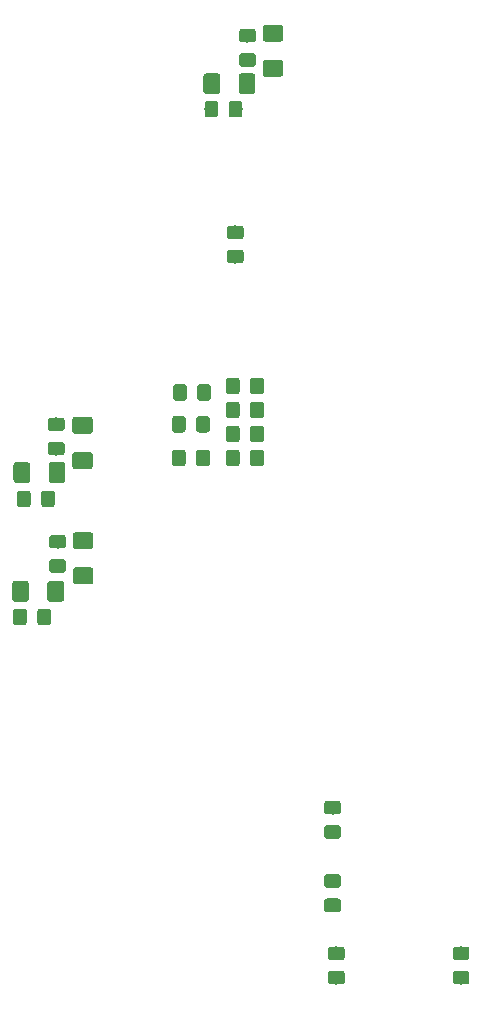
<source format=gbr>
G04 #@! TF.GenerationSoftware,KiCad,Pcbnew,(5.1.0)-1*
G04 #@! TF.CreationDate,2019-07-05T16:32:50+02:00*
G04 #@! TF.ProjectId,ECU_SMD,4543555f-534d-4442-9e6b-696361645f70,rev?*
G04 #@! TF.SameCoordinates,Original*
G04 #@! TF.FileFunction,Paste,Bot*
G04 #@! TF.FilePolarity,Positive*
%FSLAX46Y46*%
G04 Gerber Fmt 4.6, Leading zero omitted, Abs format (unit mm)*
G04 Created by KiCad (PCBNEW (5.1.0)-1) date 2019-07-05 16:32:50*
%MOMM*%
%LPD*%
G04 APERTURE LIST*
%ADD10C,0.100000*%
%ADD11C,1.150000*%
%ADD12C,1.425000*%
G04 APERTURE END LIST*
D10*
G36*
X101642705Y-168555804D02*
G01*
X101666973Y-168559404D01*
X101690772Y-168565365D01*
X101713871Y-168573630D01*
X101736050Y-168584120D01*
X101757093Y-168596732D01*
X101776799Y-168611347D01*
X101794977Y-168627823D01*
X101811453Y-168646001D01*
X101826068Y-168665707D01*
X101838680Y-168686750D01*
X101849170Y-168708929D01*
X101857435Y-168732028D01*
X101863396Y-168755827D01*
X101866996Y-168780095D01*
X101868200Y-168804599D01*
X101868200Y-169454601D01*
X101866996Y-169479105D01*
X101863396Y-169503373D01*
X101857435Y-169527172D01*
X101849170Y-169550271D01*
X101838680Y-169572450D01*
X101826068Y-169593493D01*
X101811453Y-169613199D01*
X101794977Y-169631377D01*
X101776799Y-169647853D01*
X101757093Y-169662468D01*
X101736050Y-169675080D01*
X101713871Y-169685570D01*
X101690772Y-169693835D01*
X101666973Y-169699796D01*
X101642705Y-169703396D01*
X101618201Y-169704600D01*
X100718199Y-169704600D01*
X100693695Y-169703396D01*
X100669427Y-169699796D01*
X100645628Y-169693835D01*
X100622529Y-169685570D01*
X100600350Y-169675080D01*
X100579307Y-169662468D01*
X100559601Y-169647853D01*
X100541423Y-169631377D01*
X100524947Y-169613199D01*
X100510332Y-169593493D01*
X100497720Y-169572450D01*
X100487230Y-169550271D01*
X100478965Y-169527172D01*
X100473004Y-169503373D01*
X100469404Y-169479105D01*
X100468200Y-169454601D01*
X100468200Y-168804599D01*
X100469404Y-168780095D01*
X100473004Y-168755827D01*
X100478965Y-168732028D01*
X100487230Y-168708929D01*
X100497720Y-168686750D01*
X100510332Y-168665707D01*
X100524947Y-168646001D01*
X100541423Y-168627823D01*
X100559601Y-168611347D01*
X100579307Y-168596732D01*
X100600350Y-168584120D01*
X100622529Y-168573630D01*
X100645628Y-168565365D01*
X100669427Y-168559404D01*
X100693695Y-168555804D01*
X100718199Y-168554600D01*
X101618201Y-168554600D01*
X101642705Y-168555804D01*
X101642705Y-168555804D01*
G37*
D11*
X101168200Y-169129600D03*
D10*
G36*
X101642705Y-170605804D02*
G01*
X101666973Y-170609404D01*
X101690772Y-170615365D01*
X101713871Y-170623630D01*
X101736050Y-170634120D01*
X101757093Y-170646732D01*
X101776799Y-170661347D01*
X101794977Y-170677823D01*
X101811453Y-170696001D01*
X101826068Y-170715707D01*
X101838680Y-170736750D01*
X101849170Y-170758929D01*
X101857435Y-170782028D01*
X101863396Y-170805827D01*
X101866996Y-170830095D01*
X101868200Y-170854599D01*
X101868200Y-171504601D01*
X101866996Y-171529105D01*
X101863396Y-171553373D01*
X101857435Y-171577172D01*
X101849170Y-171600271D01*
X101838680Y-171622450D01*
X101826068Y-171643493D01*
X101811453Y-171663199D01*
X101794977Y-171681377D01*
X101776799Y-171697853D01*
X101757093Y-171712468D01*
X101736050Y-171725080D01*
X101713871Y-171735570D01*
X101690772Y-171743835D01*
X101666973Y-171749796D01*
X101642705Y-171753396D01*
X101618201Y-171754600D01*
X100718199Y-171754600D01*
X100693695Y-171753396D01*
X100669427Y-171749796D01*
X100645628Y-171743835D01*
X100622529Y-171735570D01*
X100600350Y-171725080D01*
X100579307Y-171712468D01*
X100559601Y-171697853D01*
X100541423Y-171681377D01*
X100524947Y-171663199D01*
X100510332Y-171643493D01*
X100497720Y-171622450D01*
X100487230Y-171600271D01*
X100478965Y-171577172D01*
X100473004Y-171553373D01*
X100469404Y-171529105D01*
X100468200Y-171504601D01*
X100468200Y-170854599D01*
X100469404Y-170830095D01*
X100473004Y-170805827D01*
X100478965Y-170782028D01*
X100487230Y-170758929D01*
X100497720Y-170736750D01*
X100510332Y-170715707D01*
X100524947Y-170696001D01*
X100541423Y-170677823D01*
X100559601Y-170661347D01*
X100579307Y-170646732D01*
X100600350Y-170634120D01*
X100622529Y-170623630D01*
X100645628Y-170615365D01*
X100669427Y-170609404D01*
X100693695Y-170605804D01*
X100718199Y-170604600D01*
X101618201Y-170604600D01*
X101642705Y-170605804D01*
X101642705Y-170605804D01*
G37*
D11*
X101168200Y-171179600D03*
D10*
G36*
X90746105Y-162434404D02*
G01*
X90770373Y-162438004D01*
X90794172Y-162443965D01*
X90817271Y-162452230D01*
X90839450Y-162462720D01*
X90860493Y-162475332D01*
X90880199Y-162489947D01*
X90898377Y-162506423D01*
X90914853Y-162524601D01*
X90929468Y-162544307D01*
X90942080Y-162565350D01*
X90952570Y-162587529D01*
X90960835Y-162610628D01*
X90966796Y-162634427D01*
X90970396Y-162658695D01*
X90971600Y-162683199D01*
X90971600Y-163333201D01*
X90970396Y-163357705D01*
X90966796Y-163381973D01*
X90960835Y-163405772D01*
X90952570Y-163428871D01*
X90942080Y-163451050D01*
X90929468Y-163472093D01*
X90914853Y-163491799D01*
X90898377Y-163509977D01*
X90880199Y-163526453D01*
X90860493Y-163541068D01*
X90839450Y-163553680D01*
X90817271Y-163564170D01*
X90794172Y-163572435D01*
X90770373Y-163578396D01*
X90746105Y-163581996D01*
X90721601Y-163583200D01*
X89821599Y-163583200D01*
X89797095Y-163581996D01*
X89772827Y-163578396D01*
X89749028Y-163572435D01*
X89725929Y-163564170D01*
X89703750Y-163553680D01*
X89682707Y-163541068D01*
X89663001Y-163526453D01*
X89644823Y-163509977D01*
X89628347Y-163491799D01*
X89613732Y-163472093D01*
X89601120Y-163451050D01*
X89590630Y-163428871D01*
X89582365Y-163405772D01*
X89576404Y-163381973D01*
X89572804Y-163357705D01*
X89571600Y-163333201D01*
X89571600Y-162683199D01*
X89572804Y-162658695D01*
X89576404Y-162634427D01*
X89582365Y-162610628D01*
X89590630Y-162587529D01*
X89601120Y-162565350D01*
X89613732Y-162544307D01*
X89628347Y-162524601D01*
X89644823Y-162506423D01*
X89663001Y-162489947D01*
X89682707Y-162475332D01*
X89703750Y-162462720D01*
X89725929Y-162452230D01*
X89749028Y-162443965D01*
X89772827Y-162438004D01*
X89797095Y-162434404D01*
X89821599Y-162433200D01*
X90721601Y-162433200D01*
X90746105Y-162434404D01*
X90746105Y-162434404D01*
G37*
D11*
X90271600Y-163008200D03*
D10*
G36*
X90746105Y-164484404D02*
G01*
X90770373Y-164488004D01*
X90794172Y-164493965D01*
X90817271Y-164502230D01*
X90839450Y-164512720D01*
X90860493Y-164525332D01*
X90880199Y-164539947D01*
X90898377Y-164556423D01*
X90914853Y-164574601D01*
X90929468Y-164594307D01*
X90942080Y-164615350D01*
X90952570Y-164637529D01*
X90960835Y-164660628D01*
X90966796Y-164684427D01*
X90970396Y-164708695D01*
X90971600Y-164733199D01*
X90971600Y-165383201D01*
X90970396Y-165407705D01*
X90966796Y-165431973D01*
X90960835Y-165455772D01*
X90952570Y-165478871D01*
X90942080Y-165501050D01*
X90929468Y-165522093D01*
X90914853Y-165541799D01*
X90898377Y-165559977D01*
X90880199Y-165576453D01*
X90860493Y-165591068D01*
X90839450Y-165603680D01*
X90817271Y-165614170D01*
X90794172Y-165622435D01*
X90770373Y-165628396D01*
X90746105Y-165631996D01*
X90721601Y-165633200D01*
X89821599Y-165633200D01*
X89797095Y-165631996D01*
X89772827Y-165628396D01*
X89749028Y-165622435D01*
X89725929Y-165614170D01*
X89703750Y-165603680D01*
X89682707Y-165591068D01*
X89663001Y-165576453D01*
X89644823Y-165559977D01*
X89628347Y-165541799D01*
X89613732Y-165522093D01*
X89601120Y-165501050D01*
X89590630Y-165478871D01*
X89582365Y-165455772D01*
X89576404Y-165431973D01*
X89572804Y-165407705D01*
X89571600Y-165383201D01*
X89571600Y-164733199D01*
X89572804Y-164708695D01*
X89576404Y-164684427D01*
X89582365Y-164660628D01*
X89590630Y-164637529D01*
X89601120Y-164615350D01*
X89613732Y-164594307D01*
X89628347Y-164574601D01*
X89644823Y-164556423D01*
X89663001Y-164539947D01*
X89682707Y-164525332D01*
X89703750Y-164512720D01*
X89725929Y-164502230D01*
X89749028Y-164493965D01*
X89772827Y-164488004D01*
X89797095Y-164484404D01*
X89821599Y-164483200D01*
X90721601Y-164483200D01*
X90746105Y-164484404D01*
X90746105Y-164484404D01*
G37*
D11*
X90271600Y-165058200D03*
D10*
G36*
X64484005Y-129942404D02*
G01*
X64508273Y-129946004D01*
X64532072Y-129951965D01*
X64555171Y-129960230D01*
X64577350Y-129970720D01*
X64598393Y-129983332D01*
X64618099Y-129997947D01*
X64636277Y-130014423D01*
X64652753Y-130032601D01*
X64667368Y-130052307D01*
X64679980Y-130073350D01*
X64690470Y-130095529D01*
X64698735Y-130118628D01*
X64704696Y-130142427D01*
X64708296Y-130166695D01*
X64709500Y-130191199D01*
X64709500Y-131091201D01*
X64708296Y-131115705D01*
X64704696Y-131139973D01*
X64698735Y-131163772D01*
X64690470Y-131186871D01*
X64679980Y-131209050D01*
X64667368Y-131230093D01*
X64652753Y-131249799D01*
X64636277Y-131267977D01*
X64618099Y-131284453D01*
X64598393Y-131299068D01*
X64577350Y-131311680D01*
X64555171Y-131322170D01*
X64532072Y-131330435D01*
X64508273Y-131336396D01*
X64484005Y-131339996D01*
X64459501Y-131341200D01*
X63809499Y-131341200D01*
X63784995Y-131339996D01*
X63760727Y-131336396D01*
X63736928Y-131330435D01*
X63713829Y-131322170D01*
X63691650Y-131311680D01*
X63670607Y-131299068D01*
X63650901Y-131284453D01*
X63632723Y-131267977D01*
X63616247Y-131249799D01*
X63601632Y-131230093D01*
X63589020Y-131209050D01*
X63578530Y-131186871D01*
X63570265Y-131163772D01*
X63564304Y-131139973D01*
X63560704Y-131115705D01*
X63559500Y-131091201D01*
X63559500Y-130191199D01*
X63560704Y-130166695D01*
X63564304Y-130142427D01*
X63570265Y-130118628D01*
X63578530Y-130095529D01*
X63589020Y-130073350D01*
X63601632Y-130052307D01*
X63616247Y-130032601D01*
X63632723Y-130014423D01*
X63650901Y-129997947D01*
X63670607Y-129983332D01*
X63691650Y-129970720D01*
X63713829Y-129960230D01*
X63736928Y-129951965D01*
X63760727Y-129946004D01*
X63784995Y-129942404D01*
X63809499Y-129941200D01*
X64459501Y-129941200D01*
X64484005Y-129942404D01*
X64484005Y-129942404D01*
G37*
D11*
X64134500Y-130641200D03*
D10*
G36*
X66534005Y-129942404D02*
G01*
X66558273Y-129946004D01*
X66582072Y-129951965D01*
X66605171Y-129960230D01*
X66627350Y-129970720D01*
X66648393Y-129983332D01*
X66668099Y-129997947D01*
X66686277Y-130014423D01*
X66702753Y-130032601D01*
X66717368Y-130052307D01*
X66729980Y-130073350D01*
X66740470Y-130095529D01*
X66748735Y-130118628D01*
X66754696Y-130142427D01*
X66758296Y-130166695D01*
X66759500Y-130191199D01*
X66759500Y-131091201D01*
X66758296Y-131115705D01*
X66754696Y-131139973D01*
X66748735Y-131163772D01*
X66740470Y-131186871D01*
X66729980Y-131209050D01*
X66717368Y-131230093D01*
X66702753Y-131249799D01*
X66686277Y-131267977D01*
X66668099Y-131284453D01*
X66648393Y-131299068D01*
X66627350Y-131311680D01*
X66605171Y-131322170D01*
X66582072Y-131330435D01*
X66558273Y-131336396D01*
X66534005Y-131339996D01*
X66509501Y-131341200D01*
X65859499Y-131341200D01*
X65834995Y-131339996D01*
X65810727Y-131336396D01*
X65786928Y-131330435D01*
X65763829Y-131322170D01*
X65741650Y-131311680D01*
X65720607Y-131299068D01*
X65700901Y-131284453D01*
X65682723Y-131267977D01*
X65666247Y-131249799D01*
X65651632Y-131230093D01*
X65639020Y-131209050D01*
X65628530Y-131186871D01*
X65620265Y-131163772D01*
X65614304Y-131139973D01*
X65610704Y-131115705D01*
X65609500Y-131091201D01*
X65609500Y-130191199D01*
X65610704Y-130166695D01*
X65614304Y-130142427D01*
X65620265Y-130118628D01*
X65628530Y-130095529D01*
X65639020Y-130073350D01*
X65651632Y-130052307D01*
X65666247Y-130032601D01*
X65682723Y-130014423D01*
X65700901Y-129997947D01*
X65720607Y-129983332D01*
X65741650Y-129970720D01*
X65763829Y-129960230D01*
X65786928Y-129951965D01*
X65810727Y-129946004D01*
X65834995Y-129942404D01*
X65859499Y-129941200D01*
X66509501Y-129941200D01*
X66534005Y-129942404D01*
X66534005Y-129942404D01*
G37*
D11*
X66184500Y-130641200D03*
D10*
G36*
X66207705Y-139933004D02*
G01*
X66231973Y-139936604D01*
X66255772Y-139942565D01*
X66278871Y-139950830D01*
X66301050Y-139961320D01*
X66322093Y-139973932D01*
X66341799Y-139988547D01*
X66359977Y-140005023D01*
X66376453Y-140023201D01*
X66391068Y-140042907D01*
X66403680Y-140063950D01*
X66414170Y-140086129D01*
X66422435Y-140109228D01*
X66428396Y-140133027D01*
X66431996Y-140157295D01*
X66433200Y-140181799D01*
X66433200Y-141081801D01*
X66431996Y-141106305D01*
X66428396Y-141130573D01*
X66422435Y-141154372D01*
X66414170Y-141177471D01*
X66403680Y-141199650D01*
X66391068Y-141220693D01*
X66376453Y-141240399D01*
X66359977Y-141258577D01*
X66341799Y-141275053D01*
X66322093Y-141289668D01*
X66301050Y-141302280D01*
X66278871Y-141312770D01*
X66255772Y-141321035D01*
X66231973Y-141326996D01*
X66207705Y-141330596D01*
X66183201Y-141331800D01*
X65533199Y-141331800D01*
X65508695Y-141330596D01*
X65484427Y-141326996D01*
X65460628Y-141321035D01*
X65437529Y-141312770D01*
X65415350Y-141302280D01*
X65394307Y-141289668D01*
X65374601Y-141275053D01*
X65356423Y-141258577D01*
X65339947Y-141240399D01*
X65325332Y-141220693D01*
X65312720Y-141199650D01*
X65302230Y-141177471D01*
X65293965Y-141154372D01*
X65288004Y-141130573D01*
X65284404Y-141106305D01*
X65283200Y-141081801D01*
X65283200Y-140181799D01*
X65284404Y-140157295D01*
X65288004Y-140133027D01*
X65293965Y-140109228D01*
X65302230Y-140086129D01*
X65312720Y-140063950D01*
X65325332Y-140042907D01*
X65339947Y-140023201D01*
X65356423Y-140005023D01*
X65374601Y-139988547D01*
X65394307Y-139973932D01*
X65415350Y-139961320D01*
X65437529Y-139950830D01*
X65460628Y-139942565D01*
X65484427Y-139936604D01*
X65508695Y-139933004D01*
X65533199Y-139931800D01*
X66183201Y-139931800D01*
X66207705Y-139933004D01*
X66207705Y-139933004D01*
G37*
D11*
X65858200Y-140631800D03*
D10*
G36*
X64157705Y-139933004D02*
G01*
X64181973Y-139936604D01*
X64205772Y-139942565D01*
X64228871Y-139950830D01*
X64251050Y-139961320D01*
X64272093Y-139973932D01*
X64291799Y-139988547D01*
X64309977Y-140005023D01*
X64326453Y-140023201D01*
X64341068Y-140042907D01*
X64353680Y-140063950D01*
X64364170Y-140086129D01*
X64372435Y-140109228D01*
X64378396Y-140133027D01*
X64381996Y-140157295D01*
X64383200Y-140181799D01*
X64383200Y-141081801D01*
X64381996Y-141106305D01*
X64378396Y-141130573D01*
X64372435Y-141154372D01*
X64364170Y-141177471D01*
X64353680Y-141199650D01*
X64341068Y-141220693D01*
X64326453Y-141240399D01*
X64309977Y-141258577D01*
X64291799Y-141275053D01*
X64272093Y-141289668D01*
X64251050Y-141302280D01*
X64228871Y-141312770D01*
X64205772Y-141321035D01*
X64181973Y-141326996D01*
X64157705Y-141330596D01*
X64133201Y-141331800D01*
X63483199Y-141331800D01*
X63458695Y-141330596D01*
X63434427Y-141326996D01*
X63410628Y-141321035D01*
X63387529Y-141312770D01*
X63365350Y-141302280D01*
X63344307Y-141289668D01*
X63324601Y-141275053D01*
X63306423Y-141258577D01*
X63289947Y-141240399D01*
X63275332Y-141220693D01*
X63262720Y-141199650D01*
X63252230Y-141177471D01*
X63243965Y-141154372D01*
X63238004Y-141130573D01*
X63234404Y-141106305D01*
X63233200Y-141081801D01*
X63233200Y-140181799D01*
X63234404Y-140157295D01*
X63238004Y-140133027D01*
X63243965Y-140109228D01*
X63252230Y-140086129D01*
X63262720Y-140063950D01*
X63275332Y-140042907D01*
X63289947Y-140023201D01*
X63306423Y-140005023D01*
X63324601Y-139988547D01*
X63344307Y-139973932D01*
X63365350Y-139961320D01*
X63387529Y-139950830D01*
X63410628Y-139942565D01*
X63434427Y-139936604D01*
X63458695Y-139933004D01*
X63483199Y-139931800D01*
X64133201Y-139931800D01*
X64157705Y-139933004D01*
X64157705Y-139933004D01*
G37*
D11*
X63808200Y-140631800D03*
D10*
G36*
X67433504Y-127544904D02*
G01*
X67457773Y-127548504D01*
X67481571Y-127554465D01*
X67504671Y-127562730D01*
X67526849Y-127573220D01*
X67547893Y-127585833D01*
X67567598Y-127600447D01*
X67585777Y-127616923D01*
X67602253Y-127635102D01*
X67616867Y-127654807D01*
X67629480Y-127675851D01*
X67639970Y-127698029D01*
X67648235Y-127721129D01*
X67654196Y-127744927D01*
X67657796Y-127769196D01*
X67659000Y-127793700D01*
X67659000Y-129043700D01*
X67657796Y-129068204D01*
X67654196Y-129092473D01*
X67648235Y-129116271D01*
X67639970Y-129139371D01*
X67629480Y-129161549D01*
X67616867Y-129182593D01*
X67602253Y-129202298D01*
X67585777Y-129220477D01*
X67567598Y-129236953D01*
X67547893Y-129251567D01*
X67526849Y-129264180D01*
X67504671Y-129274670D01*
X67481571Y-129282935D01*
X67457773Y-129288896D01*
X67433504Y-129292496D01*
X67409000Y-129293700D01*
X66484000Y-129293700D01*
X66459496Y-129292496D01*
X66435227Y-129288896D01*
X66411429Y-129282935D01*
X66388329Y-129274670D01*
X66366151Y-129264180D01*
X66345107Y-129251567D01*
X66325402Y-129236953D01*
X66307223Y-129220477D01*
X66290747Y-129202298D01*
X66276133Y-129182593D01*
X66263520Y-129161549D01*
X66253030Y-129139371D01*
X66244765Y-129116271D01*
X66238804Y-129092473D01*
X66235204Y-129068204D01*
X66234000Y-129043700D01*
X66234000Y-127793700D01*
X66235204Y-127769196D01*
X66238804Y-127744927D01*
X66244765Y-127721129D01*
X66253030Y-127698029D01*
X66263520Y-127675851D01*
X66276133Y-127654807D01*
X66290747Y-127635102D01*
X66307223Y-127616923D01*
X66325402Y-127600447D01*
X66345107Y-127585833D01*
X66366151Y-127573220D01*
X66388329Y-127562730D01*
X66411429Y-127554465D01*
X66435227Y-127548504D01*
X66459496Y-127544904D01*
X66484000Y-127543700D01*
X67409000Y-127543700D01*
X67433504Y-127544904D01*
X67433504Y-127544904D01*
G37*
D12*
X66946500Y-128418700D03*
D10*
G36*
X64458504Y-127544904D02*
G01*
X64482773Y-127548504D01*
X64506571Y-127554465D01*
X64529671Y-127562730D01*
X64551849Y-127573220D01*
X64572893Y-127585833D01*
X64592598Y-127600447D01*
X64610777Y-127616923D01*
X64627253Y-127635102D01*
X64641867Y-127654807D01*
X64654480Y-127675851D01*
X64664970Y-127698029D01*
X64673235Y-127721129D01*
X64679196Y-127744927D01*
X64682796Y-127769196D01*
X64684000Y-127793700D01*
X64684000Y-129043700D01*
X64682796Y-129068204D01*
X64679196Y-129092473D01*
X64673235Y-129116271D01*
X64664970Y-129139371D01*
X64654480Y-129161549D01*
X64641867Y-129182593D01*
X64627253Y-129202298D01*
X64610777Y-129220477D01*
X64592598Y-129236953D01*
X64572893Y-129251567D01*
X64551849Y-129264180D01*
X64529671Y-129274670D01*
X64506571Y-129282935D01*
X64482773Y-129288896D01*
X64458504Y-129292496D01*
X64434000Y-129293700D01*
X63509000Y-129293700D01*
X63484496Y-129292496D01*
X63460227Y-129288896D01*
X63436429Y-129282935D01*
X63413329Y-129274670D01*
X63391151Y-129264180D01*
X63370107Y-129251567D01*
X63350402Y-129236953D01*
X63332223Y-129220477D01*
X63315747Y-129202298D01*
X63301133Y-129182593D01*
X63288520Y-129161549D01*
X63278030Y-129139371D01*
X63269765Y-129116271D01*
X63263804Y-129092473D01*
X63260204Y-129068204D01*
X63259000Y-129043700D01*
X63259000Y-127793700D01*
X63260204Y-127769196D01*
X63263804Y-127744927D01*
X63269765Y-127721129D01*
X63278030Y-127698029D01*
X63288520Y-127675851D01*
X63301133Y-127654807D01*
X63315747Y-127635102D01*
X63332223Y-127616923D01*
X63350402Y-127600447D01*
X63370107Y-127585833D01*
X63391151Y-127573220D01*
X63413329Y-127562730D01*
X63436429Y-127554465D01*
X63460227Y-127548504D01*
X63484496Y-127544904D01*
X63509000Y-127543700D01*
X64434000Y-127543700D01*
X64458504Y-127544904D01*
X64458504Y-127544904D01*
G37*
D12*
X63971500Y-128418700D03*
D10*
G36*
X67315704Y-137599004D02*
G01*
X67339973Y-137602604D01*
X67363771Y-137608565D01*
X67386871Y-137616830D01*
X67409049Y-137627320D01*
X67430093Y-137639933D01*
X67449798Y-137654547D01*
X67467977Y-137671023D01*
X67484453Y-137689202D01*
X67499067Y-137708907D01*
X67511680Y-137729951D01*
X67522170Y-137752129D01*
X67530435Y-137775229D01*
X67536396Y-137799027D01*
X67539996Y-137823296D01*
X67541200Y-137847800D01*
X67541200Y-139097800D01*
X67539996Y-139122304D01*
X67536396Y-139146573D01*
X67530435Y-139170371D01*
X67522170Y-139193471D01*
X67511680Y-139215649D01*
X67499067Y-139236693D01*
X67484453Y-139256398D01*
X67467977Y-139274577D01*
X67449798Y-139291053D01*
X67430093Y-139305667D01*
X67409049Y-139318280D01*
X67386871Y-139328770D01*
X67363771Y-139337035D01*
X67339973Y-139342996D01*
X67315704Y-139346596D01*
X67291200Y-139347800D01*
X66366200Y-139347800D01*
X66341696Y-139346596D01*
X66317427Y-139342996D01*
X66293629Y-139337035D01*
X66270529Y-139328770D01*
X66248351Y-139318280D01*
X66227307Y-139305667D01*
X66207602Y-139291053D01*
X66189423Y-139274577D01*
X66172947Y-139256398D01*
X66158333Y-139236693D01*
X66145720Y-139215649D01*
X66135230Y-139193471D01*
X66126965Y-139170371D01*
X66121004Y-139146573D01*
X66117404Y-139122304D01*
X66116200Y-139097800D01*
X66116200Y-137847800D01*
X66117404Y-137823296D01*
X66121004Y-137799027D01*
X66126965Y-137775229D01*
X66135230Y-137752129D01*
X66145720Y-137729951D01*
X66158333Y-137708907D01*
X66172947Y-137689202D01*
X66189423Y-137671023D01*
X66207602Y-137654547D01*
X66227307Y-137639933D01*
X66248351Y-137627320D01*
X66270529Y-137616830D01*
X66293629Y-137608565D01*
X66317427Y-137602604D01*
X66341696Y-137599004D01*
X66366200Y-137597800D01*
X67291200Y-137597800D01*
X67315704Y-137599004D01*
X67315704Y-137599004D01*
G37*
D12*
X66828700Y-138472800D03*
D10*
G36*
X64340704Y-137599004D02*
G01*
X64364973Y-137602604D01*
X64388771Y-137608565D01*
X64411871Y-137616830D01*
X64434049Y-137627320D01*
X64455093Y-137639933D01*
X64474798Y-137654547D01*
X64492977Y-137671023D01*
X64509453Y-137689202D01*
X64524067Y-137708907D01*
X64536680Y-137729951D01*
X64547170Y-137752129D01*
X64555435Y-137775229D01*
X64561396Y-137799027D01*
X64564996Y-137823296D01*
X64566200Y-137847800D01*
X64566200Y-139097800D01*
X64564996Y-139122304D01*
X64561396Y-139146573D01*
X64555435Y-139170371D01*
X64547170Y-139193471D01*
X64536680Y-139215649D01*
X64524067Y-139236693D01*
X64509453Y-139256398D01*
X64492977Y-139274577D01*
X64474798Y-139291053D01*
X64455093Y-139305667D01*
X64434049Y-139318280D01*
X64411871Y-139328770D01*
X64388771Y-139337035D01*
X64364973Y-139342996D01*
X64340704Y-139346596D01*
X64316200Y-139347800D01*
X63391200Y-139347800D01*
X63366696Y-139346596D01*
X63342427Y-139342996D01*
X63318629Y-139337035D01*
X63295529Y-139328770D01*
X63273351Y-139318280D01*
X63252307Y-139305667D01*
X63232602Y-139291053D01*
X63214423Y-139274577D01*
X63197947Y-139256398D01*
X63183333Y-139236693D01*
X63170720Y-139215649D01*
X63160230Y-139193471D01*
X63151965Y-139170371D01*
X63146004Y-139146573D01*
X63142404Y-139122304D01*
X63141200Y-139097800D01*
X63141200Y-137847800D01*
X63142404Y-137823296D01*
X63146004Y-137799027D01*
X63151965Y-137775229D01*
X63160230Y-137752129D01*
X63170720Y-137729951D01*
X63183333Y-137708907D01*
X63197947Y-137689202D01*
X63214423Y-137671023D01*
X63232602Y-137654547D01*
X63252307Y-137639933D01*
X63273351Y-137627320D01*
X63295529Y-137616830D01*
X63318629Y-137608565D01*
X63342427Y-137602604D01*
X63366696Y-137599004D01*
X63391200Y-137597800D01*
X64316200Y-137597800D01*
X64340704Y-137599004D01*
X64340704Y-137599004D01*
G37*
D12*
X63853700Y-138472800D03*
D10*
G36*
X69755004Y-126691404D02*
G01*
X69779273Y-126695004D01*
X69803071Y-126700965D01*
X69826171Y-126709230D01*
X69848349Y-126719720D01*
X69869393Y-126732333D01*
X69889098Y-126746947D01*
X69907277Y-126763423D01*
X69923753Y-126781602D01*
X69938367Y-126801307D01*
X69950980Y-126822351D01*
X69961470Y-126844529D01*
X69969735Y-126867629D01*
X69975696Y-126891427D01*
X69979296Y-126915696D01*
X69980500Y-126940200D01*
X69980500Y-127865200D01*
X69979296Y-127889704D01*
X69975696Y-127913973D01*
X69969735Y-127937771D01*
X69961470Y-127960871D01*
X69950980Y-127983049D01*
X69938367Y-128004093D01*
X69923753Y-128023798D01*
X69907277Y-128041977D01*
X69889098Y-128058453D01*
X69869393Y-128073067D01*
X69848349Y-128085680D01*
X69826171Y-128096170D01*
X69803071Y-128104435D01*
X69779273Y-128110396D01*
X69755004Y-128113996D01*
X69730500Y-128115200D01*
X68480500Y-128115200D01*
X68455996Y-128113996D01*
X68431727Y-128110396D01*
X68407929Y-128104435D01*
X68384829Y-128096170D01*
X68362651Y-128085680D01*
X68341607Y-128073067D01*
X68321902Y-128058453D01*
X68303723Y-128041977D01*
X68287247Y-128023798D01*
X68272633Y-128004093D01*
X68260020Y-127983049D01*
X68249530Y-127960871D01*
X68241265Y-127937771D01*
X68235304Y-127913973D01*
X68231704Y-127889704D01*
X68230500Y-127865200D01*
X68230500Y-126940200D01*
X68231704Y-126915696D01*
X68235304Y-126891427D01*
X68241265Y-126867629D01*
X68249530Y-126844529D01*
X68260020Y-126822351D01*
X68272633Y-126801307D01*
X68287247Y-126781602D01*
X68303723Y-126763423D01*
X68321902Y-126746947D01*
X68341607Y-126732333D01*
X68362651Y-126719720D01*
X68384829Y-126709230D01*
X68407929Y-126700965D01*
X68431727Y-126695004D01*
X68455996Y-126691404D01*
X68480500Y-126690200D01*
X69730500Y-126690200D01*
X69755004Y-126691404D01*
X69755004Y-126691404D01*
G37*
D12*
X69105500Y-127402700D03*
D10*
G36*
X69755004Y-123716404D02*
G01*
X69779273Y-123720004D01*
X69803071Y-123725965D01*
X69826171Y-123734230D01*
X69848349Y-123744720D01*
X69869393Y-123757333D01*
X69889098Y-123771947D01*
X69907277Y-123788423D01*
X69923753Y-123806602D01*
X69938367Y-123826307D01*
X69950980Y-123847351D01*
X69961470Y-123869529D01*
X69969735Y-123892629D01*
X69975696Y-123916427D01*
X69979296Y-123940696D01*
X69980500Y-123965200D01*
X69980500Y-124890200D01*
X69979296Y-124914704D01*
X69975696Y-124938973D01*
X69969735Y-124962771D01*
X69961470Y-124985871D01*
X69950980Y-125008049D01*
X69938367Y-125029093D01*
X69923753Y-125048798D01*
X69907277Y-125066977D01*
X69889098Y-125083453D01*
X69869393Y-125098067D01*
X69848349Y-125110680D01*
X69826171Y-125121170D01*
X69803071Y-125129435D01*
X69779273Y-125135396D01*
X69755004Y-125138996D01*
X69730500Y-125140200D01*
X68480500Y-125140200D01*
X68455996Y-125138996D01*
X68431727Y-125135396D01*
X68407929Y-125129435D01*
X68384829Y-125121170D01*
X68362651Y-125110680D01*
X68341607Y-125098067D01*
X68321902Y-125083453D01*
X68303723Y-125066977D01*
X68287247Y-125048798D01*
X68272633Y-125029093D01*
X68260020Y-125008049D01*
X68249530Y-124985871D01*
X68241265Y-124962771D01*
X68235304Y-124938973D01*
X68231704Y-124914704D01*
X68230500Y-124890200D01*
X68230500Y-123965200D01*
X68231704Y-123940696D01*
X68235304Y-123916427D01*
X68241265Y-123892629D01*
X68249530Y-123869529D01*
X68260020Y-123847351D01*
X68272633Y-123826307D01*
X68287247Y-123806602D01*
X68303723Y-123788423D01*
X68321902Y-123771947D01*
X68341607Y-123757333D01*
X68362651Y-123744720D01*
X68384829Y-123734230D01*
X68407929Y-123725965D01*
X68431727Y-123720004D01*
X68455996Y-123716404D01*
X68480500Y-123715200D01*
X69730500Y-123715200D01*
X69755004Y-123716404D01*
X69755004Y-123716404D01*
G37*
D12*
X69105500Y-124427700D03*
D10*
G36*
X69800704Y-136455004D02*
G01*
X69824973Y-136458604D01*
X69848771Y-136464565D01*
X69871871Y-136472830D01*
X69894049Y-136483320D01*
X69915093Y-136495933D01*
X69934798Y-136510547D01*
X69952977Y-136527023D01*
X69969453Y-136545202D01*
X69984067Y-136564907D01*
X69996680Y-136585951D01*
X70007170Y-136608129D01*
X70015435Y-136631229D01*
X70021396Y-136655027D01*
X70024996Y-136679296D01*
X70026200Y-136703800D01*
X70026200Y-137628800D01*
X70024996Y-137653304D01*
X70021396Y-137677573D01*
X70015435Y-137701371D01*
X70007170Y-137724471D01*
X69996680Y-137746649D01*
X69984067Y-137767693D01*
X69969453Y-137787398D01*
X69952977Y-137805577D01*
X69934798Y-137822053D01*
X69915093Y-137836667D01*
X69894049Y-137849280D01*
X69871871Y-137859770D01*
X69848771Y-137868035D01*
X69824973Y-137873996D01*
X69800704Y-137877596D01*
X69776200Y-137878800D01*
X68526200Y-137878800D01*
X68501696Y-137877596D01*
X68477427Y-137873996D01*
X68453629Y-137868035D01*
X68430529Y-137859770D01*
X68408351Y-137849280D01*
X68387307Y-137836667D01*
X68367602Y-137822053D01*
X68349423Y-137805577D01*
X68332947Y-137787398D01*
X68318333Y-137767693D01*
X68305720Y-137746649D01*
X68295230Y-137724471D01*
X68286965Y-137701371D01*
X68281004Y-137677573D01*
X68277404Y-137653304D01*
X68276200Y-137628800D01*
X68276200Y-136703800D01*
X68277404Y-136679296D01*
X68281004Y-136655027D01*
X68286965Y-136631229D01*
X68295230Y-136608129D01*
X68305720Y-136585951D01*
X68318333Y-136564907D01*
X68332947Y-136545202D01*
X68349423Y-136527023D01*
X68367602Y-136510547D01*
X68387307Y-136495933D01*
X68408351Y-136483320D01*
X68430529Y-136472830D01*
X68453629Y-136464565D01*
X68477427Y-136458604D01*
X68501696Y-136455004D01*
X68526200Y-136453800D01*
X69776200Y-136453800D01*
X69800704Y-136455004D01*
X69800704Y-136455004D01*
G37*
D12*
X69151200Y-137166300D03*
D10*
G36*
X69800704Y-133480004D02*
G01*
X69824973Y-133483604D01*
X69848771Y-133489565D01*
X69871871Y-133497830D01*
X69894049Y-133508320D01*
X69915093Y-133520933D01*
X69934798Y-133535547D01*
X69952977Y-133552023D01*
X69969453Y-133570202D01*
X69984067Y-133589907D01*
X69996680Y-133610951D01*
X70007170Y-133633129D01*
X70015435Y-133656229D01*
X70021396Y-133680027D01*
X70024996Y-133704296D01*
X70026200Y-133728800D01*
X70026200Y-134653800D01*
X70024996Y-134678304D01*
X70021396Y-134702573D01*
X70015435Y-134726371D01*
X70007170Y-134749471D01*
X69996680Y-134771649D01*
X69984067Y-134792693D01*
X69969453Y-134812398D01*
X69952977Y-134830577D01*
X69934798Y-134847053D01*
X69915093Y-134861667D01*
X69894049Y-134874280D01*
X69871871Y-134884770D01*
X69848771Y-134893035D01*
X69824973Y-134898996D01*
X69800704Y-134902596D01*
X69776200Y-134903800D01*
X68526200Y-134903800D01*
X68501696Y-134902596D01*
X68477427Y-134898996D01*
X68453629Y-134893035D01*
X68430529Y-134884770D01*
X68408351Y-134874280D01*
X68387307Y-134861667D01*
X68367602Y-134847053D01*
X68349423Y-134830577D01*
X68332947Y-134812398D01*
X68318333Y-134792693D01*
X68305720Y-134771649D01*
X68295230Y-134749471D01*
X68286965Y-134726371D01*
X68281004Y-134702573D01*
X68277404Y-134678304D01*
X68276200Y-134653800D01*
X68276200Y-133728800D01*
X68277404Y-133704296D01*
X68281004Y-133680027D01*
X68286965Y-133656229D01*
X68295230Y-133633129D01*
X68305720Y-133610951D01*
X68318333Y-133589907D01*
X68332947Y-133570202D01*
X68349423Y-133552023D01*
X68367602Y-133535547D01*
X68387307Y-133520933D01*
X68408351Y-133508320D01*
X68430529Y-133497830D01*
X68453629Y-133489565D01*
X68477427Y-133483604D01*
X68501696Y-133480004D01*
X68526200Y-133478800D01*
X69776200Y-133478800D01*
X69800704Y-133480004D01*
X69800704Y-133480004D01*
G37*
D12*
X69151200Y-134191300D03*
D10*
G36*
X67357505Y-123762904D02*
G01*
X67381773Y-123766504D01*
X67405572Y-123772465D01*
X67428671Y-123780730D01*
X67450850Y-123791220D01*
X67471893Y-123803832D01*
X67491599Y-123818447D01*
X67509777Y-123834923D01*
X67526253Y-123853101D01*
X67540868Y-123872807D01*
X67553480Y-123893850D01*
X67563970Y-123916029D01*
X67572235Y-123939128D01*
X67578196Y-123962927D01*
X67581796Y-123987195D01*
X67583000Y-124011699D01*
X67583000Y-124661701D01*
X67581796Y-124686205D01*
X67578196Y-124710473D01*
X67572235Y-124734272D01*
X67563970Y-124757371D01*
X67553480Y-124779550D01*
X67540868Y-124800593D01*
X67526253Y-124820299D01*
X67509777Y-124838477D01*
X67491599Y-124854953D01*
X67471893Y-124869568D01*
X67450850Y-124882180D01*
X67428671Y-124892670D01*
X67405572Y-124900935D01*
X67381773Y-124906896D01*
X67357505Y-124910496D01*
X67333001Y-124911700D01*
X66432999Y-124911700D01*
X66408495Y-124910496D01*
X66384227Y-124906896D01*
X66360428Y-124900935D01*
X66337329Y-124892670D01*
X66315150Y-124882180D01*
X66294107Y-124869568D01*
X66274401Y-124854953D01*
X66256223Y-124838477D01*
X66239747Y-124820299D01*
X66225132Y-124800593D01*
X66212520Y-124779550D01*
X66202030Y-124757371D01*
X66193765Y-124734272D01*
X66187804Y-124710473D01*
X66184204Y-124686205D01*
X66183000Y-124661701D01*
X66183000Y-124011699D01*
X66184204Y-123987195D01*
X66187804Y-123962927D01*
X66193765Y-123939128D01*
X66202030Y-123916029D01*
X66212520Y-123893850D01*
X66225132Y-123872807D01*
X66239747Y-123853101D01*
X66256223Y-123834923D01*
X66274401Y-123818447D01*
X66294107Y-123803832D01*
X66315150Y-123791220D01*
X66337329Y-123780730D01*
X66360428Y-123772465D01*
X66384227Y-123766504D01*
X66408495Y-123762904D01*
X66432999Y-123761700D01*
X67333001Y-123761700D01*
X67357505Y-123762904D01*
X67357505Y-123762904D01*
G37*
D11*
X66883000Y-124336700D03*
D10*
G36*
X67357505Y-125812904D02*
G01*
X67381773Y-125816504D01*
X67405572Y-125822465D01*
X67428671Y-125830730D01*
X67450850Y-125841220D01*
X67471893Y-125853832D01*
X67491599Y-125868447D01*
X67509777Y-125884923D01*
X67526253Y-125903101D01*
X67540868Y-125922807D01*
X67553480Y-125943850D01*
X67563970Y-125966029D01*
X67572235Y-125989128D01*
X67578196Y-126012927D01*
X67581796Y-126037195D01*
X67583000Y-126061699D01*
X67583000Y-126711701D01*
X67581796Y-126736205D01*
X67578196Y-126760473D01*
X67572235Y-126784272D01*
X67563970Y-126807371D01*
X67553480Y-126829550D01*
X67540868Y-126850593D01*
X67526253Y-126870299D01*
X67509777Y-126888477D01*
X67491599Y-126904953D01*
X67471893Y-126919568D01*
X67450850Y-126932180D01*
X67428671Y-126942670D01*
X67405572Y-126950935D01*
X67381773Y-126956896D01*
X67357505Y-126960496D01*
X67333001Y-126961700D01*
X66432999Y-126961700D01*
X66408495Y-126960496D01*
X66384227Y-126956896D01*
X66360428Y-126950935D01*
X66337329Y-126942670D01*
X66315150Y-126932180D01*
X66294107Y-126919568D01*
X66274401Y-126904953D01*
X66256223Y-126888477D01*
X66239747Y-126870299D01*
X66225132Y-126850593D01*
X66212520Y-126829550D01*
X66202030Y-126807371D01*
X66193765Y-126784272D01*
X66187804Y-126760473D01*
X66184204Y-126736205D01*
X66183000Y-126711701D01*
X66183000Y-126061699D01*
X66184204Y-126037195D01*
X66187804Y-126012927D01*
X66193765Y-125989128D01*
X66202030Y-125966029D01*
X66212520Y-125943850D01*
X66225132Y-125922807D01*
X66239747Y-125903101D01*
X66256223Y-125884923D01*
X66274401Y-125868447D01*
X66294107Y-125853832D01*
X66315150Y-125841220D01*
X66337329Y-125830730D01*
X66360428Y-125822465D01*
X66384227Y-125816504D01*
X66408495Y-125812904D01*
X66432999Y-125811700D01*
X67333001Y-125811700D01*
X67357505Y-125812904D01*
X67357505Y-125812904D01*
G37*
D11*
X66883000Y-126386700D03*
D10*
G36*
X67466705Y-135749004D02*
G01*
X67490973Y-135752604D01*
X67514772Y-135758565D01*
X67537871Y-135766830D01*
X67560050Y-135777320D01*
X67581093Y-135789932D01*
X67600799Y-135804547D01*
X67618977Y-135821023D01*
X67635453Y-135839201D01*
X67650068Y-135858907D01*
X67662680Y-135879950D01*
X67673170Y-135902129D01*
X67681435Y-135925228D01*
X67687396Y-135949027D01*
X67690996Y-135973295D01*
X67692200Y-135997799D01*
X67692200Y-136647801D01*
X67690996Y-136672305D01*
X67687396Y-136696573D01*
X67681435Y-136720372D01*
X67673170Y-136743471D01*
X67662680Y-136765650D01*
X67650068Y-136786693D01*
X67635453Y-136806399D01*
X67618977Y-136824577D01*
X67600799Y-136841053D01*
X67581093Y-136855668D01*
X67560050Y-136868280D01*
X67537871Y-136878770D01*
X67514772Y-136887035D01*
X67490973Y-136892996D01*
X67466705Y-136896596D01*
X67442201Y-136897800D01*
X66542199Y-136897800D01*
X66517695Y-136896596D01*
X66493427Y-136892996D01*
X66469628Y-136887035D01*
X66446529Y-136878770D01*
X66424350Y-136868280D01*
X66403307Y-136855668D01*
X66383601Y-136841053D01*
X66365423Y-136824577D01*
X66348947Y-136806399D01*
X66334332Y-136786693D01*
X66321720Y-136765650D01*
X66311230Y-136743471D01*
X66302965Y-136720372D01*
X66297004Y-136696573D01*
X66293404Y-136672305D01*
X66292200Y-136647801D01*
X66292200Y-135997799D01*
X66293404Y-135973295D01*
X66297004Y-135949027D01*
X66302965Y-135925228D01*
X66311230Y-135902129D01*
X66321720Y-135879950D01*
X66334332Y-135858907D01*
X66348947Y-135839201D01*
X66365423Y-135821023D01*
X66383601Y-135804547D01*
X66403307Y-135789932D01*
X66424350Y-135777320D01*
X66446529Y-135766830D01*
X66469628Y-135758565D01*
X66493427Y-135752604D01*
X66517695Y-135749004D01*
X66542199Y-135747800D01*
X67442201Y-135747800D01*
X67466705Y-135749004D01*
X67466705Y-135749004D01*
G37*
D11*
X66992200Y-136322800D03*
D10*
G36*
X67466705Y-133699004D02*
G01*
X67490973Y-133702604D01*
X67514772Y-133708565D01*
X67537871Y-133716830D01*
X67560050Y-133727320D01*
X67581093Y-133739932D01*
X67600799Y-133754547D01*
X67618977Y-133771023D01*
X67635453Y-133789201D01*
X67650068Y-133808907D01*
X67662680Y-133829950D01*
X67673170Y-133852129D01*
X67681435Y-133875228D01*
X67687396Y-133899027D01*
X67690996Y-133923295D01*
X67692200Y-133947799D01*
X67692200Y-134597801D01*
X67690996Y-134622305D01*
X67687396Y-134646573D01*
X67681435Y-134670372D01*
X67673170Y-134693471D01*
X67662680Y-134715650D01*
X67650068Y-134736693D01*
X67635453Y-134756399D01*
X67618977Y-134774577D01*
X67600799Y-134791053D01*
X67581093Y-134805668D01*
X67560050Y-134818280D01*
X67537871Y-134828770D01*
X67514772Y-134837035D01*
X67490973Y-134842996D01*
X67466705Y-134846596D01*
X67442201Y-134847800D01*
X66542199Y-134847800D01*
X66517695Y-134846596D01*
X66493427Y-134842996D01*
X66469628Y-134837035D01*
X66446529Y-134828770D01*
X66424350Y-134818280D01*
X66403307Y-134805668D01*
X66383601Y-134791053D01*
X66365423Y-134774577D01*
X66348947Y-134756399D01*
X66334332Y-134736693D01*
X66321720Y-134715650D01*
X66311230Y-134693471D01*
X66302965Y-134670372D01*
X66297004Y-134646573D01*
X66293404Y-134622305D01*
X66292200Y-134597801D01*
X66292200Y-133947799D01*
X66293404Y-133923295D01*
X66297004Y-133899027D01*
X66302965Y-133875228D01*
X66311230Y-133852129D01*
X66321720Y-133829950D01*
X66334332Y-133808907D01*
X66348947Y-133789201D01*
X66365423Y-133771023D01*
X66383601Y-133754547D01*
X66403307Y-133739932D01*
X66424350Y-133727320D01*
X66446529Y-133716830D01*
X66469628Y-133708565D01*
X66493427Y-133702604D01*
X66517695Y-133699004D01*
X66542199Y-133697800D01*
X67442201Y-133697800D01*
X67466705Y-133699004D01*
X67466705Y-133699004D01*
G37*
D11*
X66992200Y-134272800D03*
D10*
G36*
X84229305Y-126479004D02*
G01*
X84253573Y-126482604D01*
X84277372Y-126488565D01*
X84300471Y-126496830D01*
X84322650Y-126507320D01*
X84343693Y-126519932D01*
X84363399Y-126534547D01*
X84381577Y-126551023D01*
X84398053Y-126569201D01*
X84412668Y-126588907D01*
X84425280Y-126609950D01*
X84435770Y-126632129D01*
X84444035Y-126655228D01*
X84449996Y-126679027D01*
X84453596Y-126703295D01*
X84454800Y-126727799D01*
X84454800Y-127627801D01*
X84453596Y-127652305D01*
X84449996Y-127676573D01*
X84444035Y-127700372D01*
X84435770Y-127723471D01*
X84425280Y-127745650D01*
X84412668Y-127766693D01*
X84398053Y-127786399D01*
X84381577Y-127804577D01*
X84363399Y-127821053D01*
X84343693Y-127835668D01*
X84322650Y-127848280D01*
X84300471Y-127858770D01*
X84277372Y-127867035D01*
X84253573Y-127872996D01*
X84229305Y-127876596D01*
X84204801Y-127877800D01*
X83554799Y-127877800D01*
X83530295Y-127876596D01*
X83506027Y-127872996D01*
X83482228Y-127867035D01*
X83459129Y-127858770D01*
X83436950Y-127848280D01*
X83415907Y-127835668D01*
X83396201Y-127821053D01*
X83378023Y-127804577D01*
X83361547Y-127786399D01*
X83346932Y-127766693D01*
X83334320Y-127745650D01*
X83323830Y-127723471D01*
X83315565Y-127700372D01*
X83309604Y-127676573D01*
X83306004Y-127652305D01*
X83304800Y-127627801D01*
X83304800Y-126727799D01*
X83306004Y-126703295D01*
X83309604Y-126679027D01*
X83315565Y-126655228D01*
X83323830Y-126632129D01*
X83334320Y-126609950D01*
X83346932Y-126588907D01*
X83361547Y-126569201D01*
X83378023Y-126551023D01*
X83396201Y-126534547D01*
X83415907Y-126519932D01*
X83436950Y-126507320D01*
X83459129Y-126496830D01*
X83482228Y-126488565D01*
X83506027Y-126482604D01*
X83530295Y-126479004D01*
X83554799Y-126477800D01*
X84204801Y-126477800D01*
X84229305Y-126479004D01*
X84229305Y-126479004D01*
G37*
D11*
X83879800Y-127177800D03*
D10*
G36*
X82179305Y-126479004D02*
G01*
X82203573Y-126482604D01*
X82227372Y-126488565D01*
X82250471Y-126496830D01*
X82272650Y-126507320D01*
X82293693Y-126519932D01*
X82313399Y-126534547D01*
X82331577Y-126551023D01*
X82348053Y-126569201D01*
X82362668Y-126588907D01*
X82375280Y-126609950D01*
X82385770Y-126632129D01*
X82394035Y-126655228D01*
X82399996Y-126679027D01*
X82403596Y-126703295D01*
X82404800Y-126727799D01*
X82404800Y-127627801D01*
X82403596Y-127652305D01*
X82399996Y-127676573D01*
X82394035Y-127700372D01*
X82385770Y-127723471D01*
X82375280Y-127745650D01*
X82362668Y-127766693D01*
X82348053Y-127786399D01*
X82331577Y-127804577D01*
X82313399Y-127821053D01*
X82293693Y-127835668D01*
X82272650Y-127848280D01*
X82250471Y-127858770D01*
X82227372Y-127867035D01*
X82203573Y-127872996D01*
X82179305Y-127876596D01*
X82154801Y-127877800D01*
X81504799Y-127877800D01*
X81480295Y-127876596D01*
X81456027Y-127872996D01*
X81432228Y-127867035D01*
X81409129Y-127858770D01*
X81386950Y-127848280D01*
X81365907Y-127835668D01*
X81346201Y-127821053D01*
X81328023Y-127804577D01*
X81311547Y-127786399D01*
X81296932Y-127766693D01*
X81284320Y-127745650D01*
X81273830Y-127723471D01*
X81265565Y-127700372D01*
X81259604Y-127676573D01*
X81256004Y-127652305D01*
X81254800Y-127627801D01*
X81254800Y-126727799D01*
X81256004Y-126703295D01*
X81259604Y-126679027D01*
X81265565Y-126655228D01*
X81273830Y-126632129D01*
X81284320Y-126609950D01*
X81296932Y-126588907D01*
X81311547Y-126569201D01*
X81328023Y-126551023D01*
X81346201Y-126534547D01*
X81365907Y-126519932D01*
X81386950Y-126507320D01*
X81409129Y-126496830D01*
X81432228Y-126488565D01*
X81456027Y-126482604D01*
X81480295Y-126479004D01*
X81504799Y-126477800D01*
X82154801Y-126477800D01*
X82179305Y-126479004D01*
X82179305Y-126479004D01*
G37*
D11*
X81829800Y-127177800D03*
D10*
G36*
X82179305Y-124447004D02*
G01*
X82203573Y-124450604D01*
X82227372Y-124456565D01*
X82250471Y-124464830D01*
X82272650Y-124475320D01*
X82293693Y-124487932D01*
X82313399Y-124502547D01*
X82331577Y-124519023D01*
X82348053Y-124537201D01*
X82362668Y-124556907D01*
X82375280Y-124577950D01*
X82385770Y-124600129D01*
X82394035Y-124623228D01*
X82399996Y-124647027D01*
X82403596Y-124671295D01*
X82404800Y-124695799D01*
X82404800Y-125595801D01*
X82403596Y-125620305D01*
X82399996Y-125644573D01*
X82394035Y-125668372D01*
X82385770Y-125691471D01*
X82375280Y-125713650D01*
X82362668Y-125734693D01*
X82348053Y-125754399D01*
X82331577Y-125772577D01*
X82313399Y-125789053D01*
X82293693Y-125803668D01*
X82272650Y-125816280D01*
X82250471Y-125826770D01*
X82227372Y-125835035D01*
X82203573Y-125840996D01*
X82179305Y-125844596D01*
X82154801Y-125845800D01*
X81504799Y-125845800D01*
X81480295Y-125844596D01*
X81456027Y-125840996D01*
X81432228Y-125835035D01*
X81409129Y-125826770D01*
X81386950Y-125816280D01*
X81365907Y-125803668D01*
X81346201Y-125789053D01*
X81328023Y-125772577D01*
X81311547Y-125754399D01*
X81296932Y-125734693D01*
X81284320Y-125713650D01*
X81273830Y-125691471D01*
X81265565Y-125668372D01*
X81259604Y-125644573D01*
X81256004Y-125620305D01*
X81254800Y-125595801D01*
X81254800Y-124695799D01*
X81256004Y-124671295D01*
X81259604Y-124647027D01*
X81265565Y-124623228D01*
X81273830Y-124600129D01*
X81284320Y-124577950D01*
X81296932Y-124556907D01*
X81311547Y-124537201D01*
X81328023Y-124519023D01*
X81346201Y-124502547D01*
X81365907Y-124487932D01*
X81386950Y-124475320D01*
X81409129Y-124464830D01*
X81432228Y-124456565D01*
X81456027Y-124450604D01*
X81480295Y-124447004D01*
X81504799Y-124445800D01*
X82154801Y-124445800D01*
X82179305Y-124447004D01*
X82179305Y-124447004D01*
G37*
D11*
X81829800Y-125145800D03*
D10*
G36*
X84229305Y-124447004D02*
G01*
X84253573Y-124450604D01*
X84277372Y-124456565D01*
X84300471Y-124464830D01*
X84322650Y-124475320D01*
X84343693Y-124487932D01*
X84363399Y-124502547D01*
X84381577Y-124519023D01*
X84398053Y-124537201D01*
X84412668Y-124556907D01*
X84425280Y-124577950D01*
X84435770Y-124600129D01*
X84444035Y-124623228D01*
X84449996Y-124647027D01*
X84453596Y-124671295D01*
X84454800Y-124695799D01*
X84454800Y-125595801D01*
X84453596Y-125620305D01*
X84449996Y-125644573D01*
X84444035Y-125668372D01*
X84435770Y-125691471D01*
X84425280Y-125713650D01*
X84412668Y-125734693D01*
X84398053Y-125754399D01*
X84381577Y-125772577D01*
X84363399Y-125789053D01*
X84343693Y-125803668D01*
X84322650Y-125816280D01*
X84300471Y-125826770D01*
X84277372Y-125835035D01*
X84253573Y-125840996D01*
X84229305Y-125844596D01*
X84204801Y-125845800D01*
X83554799Y-125845800D01*
X83530295Y-125844596D01*
X83506027Y-125840996D01*
X83482228Y-125835035D01*
X83459129Y-125826770D01*
X83436950Y-125816280D01*
X83415907Y-125803668D01*
X83396201Y-125789053D01*
X83378023Y-125772577D01*
X83361547Y-125754399D01*
X83346932Y-125734693D01*
X83334320Y-125713650D01*
X83323830Y-125691471D01*
X83315565Y-125668372D01*
X83309604Y-125644573D01*
X83306004Y-125620305D01*
X83304800Y-125595801D01*
X83304800Y-124695799D01*
X83306004Y-124671295D01*
X83309604Y-124647027D01*
X83315565Y-124623228D01*
X83323830Y-124600129D01*
X83334320Y-124577950D01*
X83346932Y-124556907D01*
X83361547Y-124537201D01*
X83378023Y-124519023D01*
X83396201Y-124502547D01*
X83415907Y-124487932D01*
X83436950Y-124475320D01*
X83459129Y-124464830D01*
X83482228Y-124456565D01*
X83506027Y-124450604D01*
X83530295Y-124447004D01*
X83554799Y-124445800D01*
X84204801Y-124445800D01*
X84229305Y-124447004D01*
X84229305Y-124447004D01*
G37*
D11*
X83879800Y-125145800D03*
D10*
G36*
X82179305Y-122415004D02*
G01*
X82203573Y-122418604D01*
X82227372Y-122424565D01*
X82250471Y-122432830D01*
X82272650Y-122443320D01*
X82293693Y-122455932D01*
X82313399Y-122470547D01*
X82331577Y-122487023D01*
X82348053Y-122505201D01*
X82362668Y-122524907D01*
X82375280Y-122545950D01*
X82385770Y-122568129D01*
X82394035Y-122591228D01*
X82399996Y-122615027D01*
X82403596Y-122639295D01*
X82404800Y-122663799D01*
X82404800Y-123563801D01*
X82403596Y-123588305D01*
X82399996Y-123612573D01*
X82394035Y-123636372D01*
X82385770Y-123659471D01*
X82375280Y-123681650D01*
X82362668Y-123702693D01*
X82348053Y-123722399D01*
X82331577Y-123740577D01*
X82313399Y-123757053D01*
X82293693Y-123771668D01*
X82272650Y-123784280D01*
X82250471Y-123794770D01*
X82227372Y-123803035D01*
X82203573Y-123808996D01*
X82179305Y-123812596D01*
X82154801Y-123813800D01*
X81504799Y-123813800D01*
X81480295Y-123812596D01*
X81456027Y-123808996D01*
X81432228Y-123803035D01*
X81409129Y-123794770D01*
X81386950Y-123784280D01*
X81365907Y-123771668D01*
X81346201Y-123757053D01*
X81328023Y-123740577D01*
X81311547Y-123722399D01*
X81296932Y-123702693D01*
X81284320Y-123681650D01*
X81273830Y-123659471D01*
X81265565Y-123636372D01*
X81259604Y-123612573D01*
X81256004Y-123588305D01*
X81254800Y-123563801D01*
X81254800Y-122663799D01*
X81256004Y-122639295D01*
X81259604Y-122615027D01*
X81265565Y-122591228D01*
X81273830Y-122568129D01*
X81284320Y-122545950D01*
X81296932Y-122524907D01*
X81311547Y-122505201D01*
X81328023Y-122487023D01*
X81346201Y-122470547D01*
X81365907Y-122455932D01*
X81386950Y-122443320D01*
X81409129Y-122432830D01*
X81432228Y-122424565D01*
X81456027Y-122418604D01*
X81480295Y-122415004D01*
X81504799Y-122413800D01*
X82154801Y-122413800D01*
X82179305Y-122415004D01*
X82179305Y-122415004D01*
G37*
D11*
X81829800Y-123113800D03*
D10*
G36*
X84229305Y-122415004D02*
G01*
X84253573Y-122418604D01*
X84277372Y-122424565D01*
X84300471Y-122432830D01*
X84322650Y-122443320D01*
X84343693Y-122455932D01*
X84363399Y-122470547D01*
X84381577Y-122487023D01*
X84398053Y-122505201D01*
X84412668Y-122524907D01*
X84425280Y-122545950D01*
X84435770Y-122568129D01*
X84444035Y-122591228D01*
X84449996Y-122615027D01*
X84453596Y-122639295D01*
X84454800Y-122663799D01*
X84454800Y-123563801D01*
X84453596Y-123588305D01*
X84449996Y-123612573D01*
X84444035Y-123636372D01*
X84435770Y-123659471D01*
X84425280Y-123681650D01*
X84412668Y-123702693D01*
X84398053Y-123722399D01*
X84381577Y-123740577D01*
X84363399Y-123757053D01*
X84343693Y-123771668D01*
X84322650Y-123784280D01*
X84300471Y-123794770D01*
X84277372Y-123803035D01*
X84253573Y-123808996D01*
X84229305Y-123812596D01*
X84204801Y-123813800D01*
X83554799Y-123813800D01*
X83530295Y-123812596D01*
X83506027Y-123808996D01*
X83482228Y-123803035D01*
X83459129Y-123794770D01*
X83436950Y-123784280D01*
X83415907Y-123771668D01*
X83396201Y-123757053D01*
X83378023Y-123740577D01*
X83361547Y-123722399D01*
X83346932Y-123702693D01*
X83334320Y-123681650D01*
X83323830Y-123659471D01*
X83315565Y-123636372D01*
X83309604Y-123612573D01*
X83306004Y-123588305D01*
X83304800Y-123563801D01*
X83304800Y-122663799D01*
X83306004Y-122639295D01*
X83309604Y-122615027D01*
X83315565Y-122591228D01*
X83323830Y-122568129D01*
X83334320Y-122545950D01*
X83346932Y-122524907D01*
X83361547Y-122505201D01*
X83378023Y-122487023D01*
X83396201Y-122470547D01*
X83415907Y-122455932D01*
X83436950Y-122443320D01*
X83459129Y-122432830D01*
X83482228Y-122424565D01*
X83506027Y-122418604D01*
X83530295Y-122415004D01*
X83554799Y-122413800D01*
X84204801Y-122413800D01*
X84229305Y-122415004D01*
X84229305Y-122415004D01*
G37*
D11*
X83879800Y-123113800D03*
D10*
G36*
X84229305Y-120383004D02*
G01*
X84253573Y-120386604D01*
X84277372Y-120392565D01*
X84300471Y-120400830D01*
X84322650Y-120411320D01*
X84343693Y-120423932D01*
X84363399Y-120438547D01*
X84381577Y-120455023D01*
X84398053Y-120473201D01*
X84412668Y-120492907D01*
X84425280Y-120513950D01*
X84435770Y-120536129D01*
X84444035Y-120559228D01*
X84449996Y-120583027D01*
X84453596Y-120607295D01*
X84454800Y-120631799D01*
X84454800Y-121531801D01*
X84453596Y-121556305D01*
X84449996Y-121580573D01*
X84444035Y-121604372D01*
X84435770Y-121627471D01*
X84425280Y-121649650D01*
X84412668Y-121670693D01*
X84398053Y-121690399D01*
X84381577Y-121708577D01*
X84363399Y-121725053D01*
X84343693Y-121739668D01*
X84322650Y-121752280D01*
X84300471Y-121762770D01*
X84277372Y-121771035D01*
X84253573Y-121776996D01*
X84229305Y-121780596D01*
X84204801Y-121781800D01*
X83554799Y-121781800D01*
X83530295Y-121780596D01*
X83506027Y-121776996D01*
X83482228Y-121771035D01*
X83459129Y-121762770D01*
X83436950Y-121752280D01*
X83415907Y-121739668D01*
X83396201Y-121725053D01*
X83378023Y-121708577D01*
X83361547Y-121690399D01*
X83346932Y-121670693D01*
X83334320Y-121649650D01*
X83323830Y-121627471D01*
X83315565Y-121604372D01*
X83309604Y-121580573D01*
X83306004Y-121556305D01*
X83304800Y-121531801D01*
X83304800Y-120631799D01*
X83306004Y-120607295D01*
X83309604Y-120583027D01*
X83315565Y-120559228D01*
X83323830Y-120536129D01*
X83334320Y-120513950D01*
X83346932Y-120492907D01*
X83361547Y-120473201D01*
X83378023Y-120455023D01*
X83396201Y-120438547D01*
X83415907Y-120423932D01*
X83436950Y-120411320D01*
X83459129Y-120400830D01*
X83482228Y-120392565D01*
X83506027Y-120386604D01*
X83530295Y-120383004D01*
X83554799Y-120381800D01*
X84204801Y-120381800D01*
X84229305Y-120383004D01*
X84229305Y-120383004D01*
G37*
D11*
X83879800Y-121081800D03*
D10*
G36*
X82179305Y-120383004D02*
G01*
X82203573Y-120386604D01*
X82227372Y-120392565D01*
X82250471Y-120400830D01*
X82272650Y-120411320D01*
X82293693Y-120423932D01*
X82313399Y-120438547D01*
X82331577Y-120455023D01*
X82348053Y-120473201D01*
X82362668Y-120492907D01*
X82375280Y-120513950D01*
X82385770Y-120536129D01*
X82394035Y-120559228D01*
X82399996Y-120583027D01*
X82403596Y-120607295D01*
X82404800Y-120631799D01*
X82404800Y-121531801D01*
X82403596Y-121556305D01*
X82399996Y-121580573D01*
X82394035Y-121604372D01*
X82385770Y-121627471D01*
X82375280Y-121649650D01*
X82362668Y-121670693D01*
X82348053Y-121690399D01*
X82331577Y-121708577D01*
X82313399Y-121725053D01*
X82293693Y-121739668D01*
X82272650Y-121752280D01*
X82250471Y-121762770D01*
X82227372Y-121771035D01*
X82203573Y-121776996D01*
X82179305Y-121780596D01*
X82154801Y-121781800D01*
X81504799Y-121781800D01*
X81480295Y-121780596D01*
X81456027Y-121776996D01*
X81432228Y-121771035D01*
X81409129Y-121762770D01*
X81386950Y-121752280D01*
X81365907Y-121739668D01*
X81346201Y-121725053D01*
X81328023Y-121708577D01*
X81311547Y-121690399D01*
X81296932Y-121670693D01*
X81284320Y-121649650D01*
X81273830Y-121627471D01*
X81265565Y-121604372D01*
X81259604Y-121580573D01*
X81256004Y-121556305D01*
X81254800Y-121531801D01*
X81254800Y-120631799D01*
X81256004Y-120607295D01*
X81259604Y-120583027D01*
X81265565Y-120559228D01*
X81273830Y-120536129D01*
X81284320Y-120513950D01*
X81296932Y-120492907D01*
X81311547Y-120473201D01*
X81328023Y-120455023D01*
X81346201Y-120438547D01*
X81365907Y-120423932D01*
X81386950Y-120411320D01*
X81409129Y-120400830D01*
X81432228Y-120392565D01*
X81456027Y-120386604D01*
X81480295Y-120383004D01*
X81504799Y-120381800D01*
X82154801Y-120381800D01*
X82179305Y-120383004D01*
X82179305Y-120383004D01*
G37*
D11*
X81829800Y-121081800D03*
D10*
G36*
X77707305Y-120933004D02*
G01*
X77731573Y-120936604D01*
X77755372Y-120942565D01*
X77778471Y-120950830D01*
X77800650Y-120961320D01*
X77821693Y-120973932D01*
X77841399Y-120988547D01*
X77859577Y-121005023D01*
X77876053Y-121023201D01*
X77890668Y-121042907D01*
X77903280Y-121063950D01*
X77913770Y-121086129D01*
X77922035Y-121109228D01*
X77927996Y-121133027D01*
X77931596Y-121157295D01*
X77932800Y-121181799D01*
X77932800Y-122081801D01*
X77931596Y-122106305D01*
X77927996Y-122130573D01*
X77922035Y-122154372D01*
X77913770Y-122177471D01*
X77903280Y-122199650D01*
X77890668Y-122220693D01*
X77876053Y-122240399D01*
X77859577Y-122258577D01*
X77841399Y-122275053D01*
X77821693Y-122289668D01*
X77800650Y-122302280D01*
X77778471Y-122312770D01*
X77755372Y-122321035D01*
X77731573Y-122326996D01*
X77707305Y-122330596D01*
X77682801Y-122331800D01*
X77032799Y-122331800D01*
X77008295Y-122330596D01*
X76984027Y-122326996D01*
X76960228Y-122321035D01*
X76937129Y-122312770D01*
X76914950Y-122302280D01*
X76893907Y-122289668D01*
X76874201Y-122275053D01*
X76856023Y-122258577D01*
X76839547Y-122240399D01*
X76824932Y-122220693D01*
X76812320Y-122199650D01*
X76801830Y-122177471D01*
X76793565Y-122154372D01*
X76787604Y-122130573D01*
X76784004Y-122106305D01*
X76782800Y-122081801D01*
X76782800Y-121181799D01*
X76784004Y-121157295D01*
X76787604Y-121133027D01*
X76793565Y-121109228D01*
X76801830Y-121086129D01*
X76812320Y-121063950D01*
X76824932Y-121042907D01*
X76839547Y-121023201D01*
X76856023Y-121005023D01*
X76874201Y-120988547D01*
X76893907Y-120973932D01*
X76914950Y-120961320D01*
X76937129Y-120950830D01*
X76960228Y-120942565D01*
X76984027Y-120936604D01*
X77008295Y-120933004D01*
X77032799Y-120931800D01*
X77682801Y-120931800D01*
X77707305Y-120933004D01*
X77707305Y-120933004D01*
G37*
D11*
X77357800Y-121631800D03*
D10*
G36*
X79757305Y-120933004D02*
G01*
X79781573Y-120936604D01*
X79805372Y-120942565D01*
X79828471Y-120950830D01*
X79850650Y-120961320D01*
X79871693Y-120973932D01*
X79891399Y-120988547D01*
X79909577Y-121005023D01*
X79926053Y-121023201D01*
X79940668Y-121042907D01*
X79953280Y-121063950D01*
X79963770Y-121086129D01*
X79972035Y-121109228D01*
X79977996Y-121133027D01*
X79981596Y-121157295D01*
X79982800Y-121181799D01*
X79982800Y-122081801D01*
X79981596Y-122106305D01*
X79977996Y-122130573D01*
X79972035Y-122154372D01*
X79963770Y-122177471D01*
X79953280Y-122199650D01*
X79940668Y-122220693D01*
X79926053Y-122240399D01*
X79909577Y-122258577D01*
X79891399Y-122275053D01*
X79871693Y-122289668D01*
X79850650Y-122302280D01*
X79828471Y-122312770D01*
X79805372Y-122321035D01*
X79781573Y-122326996D01*
X79757305Y-122330596D01*
X79732801Y-122331800D01*
X79082799Y-122331800D01*
X79058295Y-122330596D01*
X79034027Y-122326996D01*
X79010228Y-122321035D01*
X78987129Y-122312770D01*
X78964950Y-122302280D01*
X78943907Y-122289668D01*
X78924201Y-122275053D01*
X78906023Y-122258577D01*
X78889547Y-122240399D01*
X78874932Y-122220693D01*
X78862320Y-122199650D01*
X78851830Y-122177471D01*
X78843565Y-122154372D01*
X78837604Y-122130573D01*
X78834004Y-122106305D01*
X78832800Y-122081801D01*
X78832800Y-121181799D01*
X78834004Y-121157295D01*
X78837604Y-121133027D01*
X78843565Y-121109228D01*
X78851830Y-121086129D01*
X78862320Y-121063950D01*
X78874932Y-121042907D01*
X78889547Y-121023201D01*
X78906023Y-121005023D01*
X78924201Y-120988547D01*
X78943907Y-120973932D01*
X78964950Y-120961320D01*
X78987129Y-120950830D01*
X79010228Y-120942565D01*
X79034027Y-120936604D01*
X79058295Y-120933004D01*
X79082799Y-120931800D01*
X79732801Y-120931800D01*
X79757305Y-120933004D01*
X79757305Y-120933004D01*
G37*
D11*
X79407800Y-121631800D03*
D10*
G36*
X79657305Y-123633004D02*
G01*
X79681573Y-123636604D01*
X79705372Y-123642565D01*
X79728471Y-123650830D01*
X79750650Y-123661320D01*
X79771693Y-123673932D01*
X79791399Y-123688547D01*
X79809577Y-123705023D01*
X79826053Y-123723201D01*
X79840668Y-123742907D01*
X79853280Y-123763950D01*
X79863770Y-123786129D01*
X79872035Y-123809228D01*
X79877996Y-123833027D01*
X79881596Y-123857295D01*
X79882800Y-123881799D01*
X79882800Y-124781801D01*
X79881596Y-124806305D01*
X79877996Y-124830573D01*
X79872035Y-124854372D01*
X79863770Y-124877471D01*
X79853280Y-124899650D01*
X79840668Y-124920693D01*
X79826053Y-124940399D01*
X79809577Y-124958577D01*
X79791399Y-124975053D01*
X79771693Y-124989668D01*
X79750650Y-125002280D01*
X79728471Y-125012770D01*
X79705372Y-125021035D01*
X79681573Y-125026996D01*
X79657305Y-125030596D01*
X79632801Y-125031800D01*
X78982799Y-125031800D01*
X78958295Y-125030596D01*
X78934027Y-125026996D01*
X78910228Y-125021035D01*
X78887129Y-125012770D01*
X78864950Y-125002280D01*
X78843907Y-124989668D01*
X78824201Y-124975053D01*
X78806023Y-124958577D01*
X78789547Y-124940399D01*
X78774932Y-124920693D01*
X78762320Y-124899650D01*
X78751830Y-124877471D01*
X78743565Y-124854372D01*
X78737604Y-124830573D01*
X78734004Y-124806305D01*
X78732800Y-124781801D01*
X78732800Y-123881799D01*
X78734004Y-123857295D01*
X78737604Y-123833027D01*
X78743565Y-123809228D01*
X78751830Y-123786129D01*
X78762320Y-123763950D01*
X78774932Y-123742907D01*
X78789547Y-123723201D01*
X78806023Y-123705023D01*
X78824201Y-123688547D01*
X78843907Y-123673932D01*
X78864950Y-123661320D01*
X78887129Y-123650830D01*
X78910228Y-123642565D01*
X78934027Y-123636604D01*
X78958295Y-123633004D01*
X78982799Y-123631800D01*
X79632801Y-123631800D01*
X79657305Y-123633004D01*
X79657305Y-123633004D01*
G37*
D11*
X79307800Y-124331800D03*
D10*
G36*
X77607305Y-123633004D02*
G01*
X77631573Y-123636604D01*
X77655372Y-123642565D01*
X77678471Y-123650830D01*
X77700650Y-123661320D01*
X77721693Y-123673932D01*
X77741399Y-123688547D01*
X77759577Y-123705023D01*
X77776053Y-123723201D01*
X77790668Y-123742907D01*
X77803280Y-123763950D01*
X77813770Y-123786129D01*
X77822035Y-123809228D01*
X77827996Y-123833027D01*
X77831596Y-123857295D01*
X77832800Y-123881799D01*
X77832800Y-124781801D01*
X77831596Y-124806305D01*
X77827996Y-124830573D01*
X77822035Y-124854372D01*
X77813770Y-124877471D01*
X77803280Y-124899650D01*
X77790668Y-124920693D01*
X77776053Y-124940399D01*
X77759577Y-124958577D01*
X77741399Y-124975053D01*
X77721693Y-124989668D01*
X77700650Y-125002280D01*
X77678471Y-125012770D01*
X77655372Y-125021035D01*
X77631573Y-125026996D01*
X77607305Y-125030596D01*
X77582801Y-125031800D01*
X76932799Y-125031800D01*
X76908295Y-125030596D01*
X76884027Y-125026996D01*
X76860228Y-125021035D01*
X76837129Y-125012770D01*
X76814950Y-125002280D01*
X76793907Y-124989668D01*
X76774201Y-124975053D01*
X76756023Y-124958577D01*
X76739547Y-124940399D01*
X76724932Y-124920693D01*
X76712320Y-124899650D01*
X76701830Y-124877471D01*
X76693565Y-124854372D01*
X76687604Y-124830573D01*
X76684004Y-124806305D01*
X76682800Y-124781801D01*
X76682800Y-123881799D01*
X76684004Y-123857295D01*
X76687604Y-123833027D01*
X76693565Y-123809228D01*
X76701830Y-123786129D01*
X76712320Y-123763950D01*
X76724932Y-123742907D01*
X76739547Y-123723201D01*
X76756023Y-123705023D01*
X76774201Y-123688547D01*
X76793907Y-123673932D01*
X76814950Y-123661320D01*
X76837129Y-123650830D01*
X76860228Y-123642565D01*
X76884027Y-123636604D01*
X76908295Y-123633004D01*
X76932799Y-123631800D01*
X77582801Y-123631800D01*
X77607305Y-123633004D01*
X77607305Y-123633004D01*
G37*
D11*
X77257800Y-124331800D03*
D10*
G36*
X79657305Y-126479004D02*
G01*
X79681573Y-126482604D01*
X79705372Y-126488565D01*
X79728471Y-126496830D01*
X79750650Y-126507320D01*
X79771693Y-126519932D01*
X79791399Y-126534547D01*
X79809577Y-126551023D01*
X79826053Y-126569201D01*
X79840668Y-126588907D01*
X79853280Y-126609950D01*
X79863770Y-126632129D01*
X79872035Y-126655228D01*
X79877996Y-126679027D01*
X79881596Y-126703295D01*
X79882800Y-126727799D01*
X79882800Y-127627801D01*
X79881596Y-127652305D01*
X79877996Y-127676573D01*
X79872035Y-127700372D01*
X79863770Y-127723471D01*
X79853280Y-127745650D01*
X79840668Y-127766693D01*
X79826053Y-127786399D01*
X79809577Y-127804577D01*
X79791399Y-127821053D01*
X79771693Y-127835668D01*
X79750650Y-127848280D01*
X79728471Y-127858770D01*
X79705372Y-127867035D01*
X79681573Y-127872996D01*
X79657305Y-127876596D01*
X79632801Y-127877800D01*
X78982799Y-127877800D01*
X78958295Y-127876596D01*
X78934027Y-127872996D01*
X78910228Y-127867035D01*
X78887129Y-127858770D01*
X78864950Y-127848280D01*
X78843907Y-127835668D01*
X78824201Y-127821053D01*
X78806023Y-127804577D01*
X78789547Y-127786399D01*
X78774932Y-127766693D01*
X78762320Y-127745650D01*
X78751830Y-127723471D01*
X78743565Y-127700372D01*
X78737604Y-127676573D01*
X78734004Y-127652305D01*
X78732800Y-127627801D01*
X78732800Y-126727799D01*
X78734004Y-126703295D01*
X78737604Y-126679027D01*
X78743565Y-126655228D01*
X78751830Y-126632129D01*
X78762320Y-126609950D01*
X78774932Y-126588907D01*
X78789547Y-126569201D01*
X78806023Y-126551023D01*
X78824201Y-126534547D01*
X78843907Y-126519932D01*
X78864950Y-126507320D01*
X78887129Y-126496830D01*
X78910228Y-126488565D01*
X78934027Y-126482604D01*
X78958295Y-126479004D01*
X78982799Y-126477800D01*
X79632801Y-126477800D01*
X79657305Y-126479004D01*
X79657305Y-126479004D01*
G37*
D11*
X79307800Y-127177800D03*
D10*
G36*
X77607305Y-126479004D02*
G01*
X77631573Y-126482604D01*
X77655372Y-126488565D01*
X77678471Y-126496830D01*
X77700650Y-126507320D01*
X77721693Y-126519932D01*
X77741399Y-126534547D01*
X77759577Y-126551023D01*
X77776053Y-126569201D01*
X77790668Y-126588907D01*
X77803280Y-126609950D01*
X77813770Y-126632129D01*
X77822035Y-126655228D01*
X77827996Y-126679027D01*
X77831596Y-126703295D01*
X77832800Y-126727799D01*
X77832800Y-127627801D01*
X77831596Y-127652305D01*
X77827996Y-127676573D01*
X77822035Y-127700372D01*
X77813770Y-127723471D01*
X77803280Y-127745650D01*
X77790668Y-127766693D01*
X77776053Y-127786399D01*
X77759577Y-127804577D01*
X77741399Y-127821053D01*
X77721693Y-127835668D01*
X77700650Y-127848280D01*
X77678471Y-127858770D01*
X77655372Y-127867035D01*
X77631573Y-127872996D01*
X77607305Y-127876596D01*
X77582801Y-127877800D01*
X76932799Y-127877800D01*
X76908295Y-127876596D01*
X76884027Y-127872996D01*
X76860228Y-127867035D01*
X76837129Y-127858770D01*
X76814950Y-127848280D01*
X76793907Y-127835668D01*
X76774201Y-127821053D01*
X76756023Y-127804577D01*
X76739547Y-127786399D01*
X76724932Y-127766693D01*
X76712320Y-127745650D01*
X76701830Y-127723471D01*
X76693565Y-127700372D01*
X76687604Y-127676573D01*
X76684004Y-127652305D01*
X76682800Y-127627801D01*
X76682800Y-126727799D01*
X76684004Y-126703295D01*
X76687604Y-126679027D01*
X76693565Y-126655228D01*
X76701830Y-126632129D01*
X76712320Y-126609950D01*
X76724932Y-126588907D01*
X76739547Y-126569201D01*
X76756023Y-126551023D01*
X76774201Y-126534547D01*
X76793907Y-126519932D01*
X76814950Y-126507320D01*
X76837129Y-126496830D01*
X76860228Y-126488565D01*
X76884027Y-126482604D01*
X76908295Y-126479004D01*
X76932799Y-126477800D01*
X77582801Y-126477800D01*
X77607305Y-126479004D01*
X77607305Y-126479004D01*
G37*
D11*
X77257800Y-127177800D03*
D10*
G36*
X82412905Y-96956204D02*
G01*
X82437173Y-96959804D01*
X82460972Y-96965765D01*
X82484071Y-96974030D01*
X82506250Y-96984520D01*
X82527293Y-96997132D01*
X82546999Y-97011747D01*
X82565177Y-97028223D01*
X82581653Y-97046401D01*
X82596268Y-97066107D01*
X82608880Y-97087150D01*
X82619370Y-97109329D01*
X82627635Y-97132428D01*
X82633596Y-97156227D01*
X82637196Y-97180495D01*
X82638400Y-97204999D01*
X82638400Y-98105001D01*
X82637196Y-98129505D01*
X82633596Y-98153773D01*
X82627635Y-98177572D01*
X82619370Y-98200671D01*
X82608880Y-98222850D01*
X82596268Y-98243893D01*
X82581653Y-98263599D01*
X82565177Y-98281777D01*
X82546999Y-98298253D01*
X82527293Y-98312868D01*
X82506250Y-98325480D01*
X82484071Y-98335970D01*
X82460972Y-98344235D01*
X82437173Y-98350196D01*
X82412905Y-98353796D01*
X82388401Y-98355000D01*
X81738399Y-98355000D01*
X81713895Y-98353796D01*
X81689627Y-98350196D01*
X81665828Y-98344235D01*
X81642729Y-98335970D01*
X81620550Y-98325480D01*
X81599507Y-98312868D01*
X81579801Y-98298253D01*
X81561623Y-98281777D01*
X81545147Y-98263599D01*
X81530532Y-98243893D01*
X81517920Y-98222850D01*
X81507430Y-98200671D01*
X81499165Y-98177572D01*
X81493204Y-98153773D01*
X81489604Y-98129505D01*
X81488400Y-98105001D01*
X81488400Y-97204999D01*
X81489604Y-97180495D01*
X81493204Y-97156227D01*
X81499165Y-97132428D01*
X81507430Y-97109329D01*
X81517920Y-97087150D01*
X81530532Y-97066107D01*
X81545147Y-97046401D01*
X81561623Y-97028223D01*
X81579801Y-97011747D01*
X81599507Y-96997132D01*
X81620550Y-96984520D01*
X81642729Y-96974030D01*
X81665828Y-96965765D01*
X81689627Y-96959804D01*
X81713895Y-96956204D01*
X81738399Y-96955000D01*
X82388401Y-96955000D01*
X82412905Y-96956204D01*
X82412905Y-96956204D01*
G37*
D11*
X82063400Y-97655000D03*
D10*
G36*
X80362905Y-96956204D02*
G01*
X80387173Y-96959804D01*
X80410972Y-96965765D01*
X80434071Y-96974030D01*
X80456250Y-96984520D01*
X80477293Y-96997132D01*
X80496999Y-97011747D01*
X80515177Y-97028223D01*
X80531653Y-97046401D01*
X80546268Y-97066107D01*
X80558880Y-97087150D01*
X80569370Y-97109329D01*
X80577635Y-97132428D01*
X80583596Y-97156227D01*
X80587196Y-97180495D01*
X80588400Y-97204999D01*
X80588400Y-98105001D01*
X80587196Y-98129505D01*
X80583596Y-98153773D01*
X80577635Y-98177572D01*
X80569370Y-98200671D01*
X80558880Y-98222850D01*
X80546268Y-98243893D01*
X80531653Y-98263599D01*
X80515177Y-98281777D01*
X80496999Y-98298253D01*
X80477293Y-98312868D01*
X80456250Y-98325480D01*
X80434071Y-98335970D01*
X80410972Y-98344235D01*
X80387173Y-98350196D01*
X80362905Y-98353796D01*
X80338401Y-98355000D01*
X79688399Y-98355000D01*
X79663895Y-98353796D01*
X79639627Y-98350196D01*
X79615828Y-98344235D01*
X79592729Y-98335970D01*
X79570550Y-98325480D01*
X79549507Y-98312868D01*
X79529801Y-98298253D01*
X79511623Y-98281777D01*
X79495147Y-98263599D01*
X79480532Y-98243893D01*
X79467920Y-98222850D01*
X79457430Y-98200671D01*
X79449165Y-98177572D01*
X79443204Y-98153773D01*
X79439604Y-98129505D01*
X79438400Y-98105001D01*
X79438400Y-97204999D01*
X79439604Y-97180495D01*
X79443204Y-97156227D01*
X79449165Y-97132428D01*
X79457430Y-97109329D01*
X79467920Y-97087150D01*
X79480532Y-97066107D01*
X79495147Y-97046401D01*
X79511623Y-97028223D01*
X79529801Y-97011747D01*
X79549507Y-96997132D01*
X79570550Y-96984520D01*
X79592729Y-96974030D01*
X79615828Y-96965765D01*
X79639627Y-96959804D01*
X79663895Y-96956204D01*
X79688399Y-96955000D01*
X80338401Y-96955000D01*
X80362905Y-96956204D01*
X80362905Y-96956204D01*
G37*
D11*
X80013400Y-97655000D03*
D10*
G36*
X83520904Y-94622204D02*
G01*
X83545173Y-94625804D01*
X83568971Y-94631765D01*
X83592071Y-94640030D01*
X83614249Y-94650520D01*
X83635293Y-94663133D01*
X83654998Y-94677747D01*
X83673177Y-94694223D01*
X83689653Y-94712402D01*
X83704267Y-94732107D01*
X83716880Y-94753151D01*
X83727370Y-94775329D01*
X83735635Y-94798429D01*
X83741596Y-94822227D01*
X83745196Y-94846496D01*
X83746400Y-94871000D01*
X83746400Y-96121000D01*
X83745196Y-96145504D01*
X83741596Y-96169773D01*
X83735635Y-96193571D01*
X83727370Y-96216671D01*
X83716880Y-96238849D01*
X83704267Y-96259893D01*
X83689653Y-96279598D01*
X83673177Y-96297777D01*
X83654998Y-96314253D01*
X83635293Y-96328867D01*
X83614249Y-96341480D01*
X83592071Y-96351970D01*
X83568971Y-96360235D01*
X83545173Y-96366196D01*
X83520904Y-96369796D01*
X83496400Y-96371000D01*
X82571400Y-96371000D01*
X82546896Y-96369796D01*
X82522627Y-96366196D01*
X82498829Y-96360235D01*
X82475729Y-96351970D01*
X82453551Y-96341480D01*
X82432507Y-96328867D01*
X82412802Y-96314253D01*
X82394623Y-96297777D01*
X82378147Y-96279598D01*
X82363533Y-96259893D01*
X82350920Y-96238849D01*
X82340430Y-96216671D01*
X82332165Y-96193571D01*
X82326204Y-96169773D01*
X82322604Y-96145504D01*
X82321400Y-96121000D01*
X82321400Y-94871000D01*
X82322604Y-94846496D01*
X82326204Y-94822227D01*
X82332165Y-94798429D01*
X82340430Y-94775329D01*
X82350920Y-94753151D01*
X82363533Y-94732107D01*
X82378147Y-94712402D01*
X82394623Y-94694223D01*
X82412802Y-94677747D01*
X82432507Y-94663133D01*
X82453551Y-94650520D01*
X82475729Y-94640030D01*
X82498829Y-94631765D01*
X82522627Y-94625804D01*
X82546896Y-94622204D01*
X82571400Y-94621000D01*
X83496400Y-94621000D01*
X83520904Y-94622204D01*
X83520904Y-94622204D01*
G37*
D12*
X83033900Y-95496000D03*
D10*
G36*
X80545904Y-94622204D02*
G01*
X80570173Y-94625804D01*
X80593971Y-94631765D01*
X80617071Y-94640030D01*
X80639249Y-94650520D01*
X80660293Y-94663133D01*
X80679998Y-94677747D01*
X80698177Y-94694223D01*
X80714653Y-94712402D01*
X80729267Y-94732107D01*
X80741880Y-94753151D01*
X80752370Y-94775329D01*
X80760635Y-94798429D01*
X80766596Y-94822227D01*
X80770196Y-94846496D01*
X80771400Y-94871000D01*
X80771400Y-96121000D01*
X80770196Y-96145504D01*
X80766596Y-96169773D01*
X80760635Y-96193571D01*
X80752370Y-96216671D01*
X80741880Y-96238849D01*
X80729267Y-96259893D01*
X80714653Y-96279598D01*
X80698177Y-96297777D01*
X80679998Y-96314253D01*
X80660293Y-96328867D01*
X80639249Y-96341480D01*
X80617071Y-96351970D01*
X80593971Y-96360235D01*
X80570173Y-96366196D01*
X80545904Y-96369796D01*
X80521400Y-96371000D01*
X79596400Y-96371000D01*
X79571896Y-96369796D01*
X79547627Y-96366196D01*
X79523829Y-96360235D01*
X79500729Y-96351970D01*
X79478551Y-96341480D01*
X79457507Y-96328867D01*
X79437802Y-96314253D01*
X79419623Y-96297777D01*
X79403147Y-96279598D01*
X79388533Y-96259893D01*
X79375920Y-96238849D01*
X79365430Y-96216671D01*
X79357165Y-96193571D01*
X79351204Y-96169773D01*
X79347604Y-96145504D01*
X79346400Y-96121000D01*
X79346400Y-94871000D01*
X79347604Y-94846496D01*
X79351204Y-94822227D01*
X79357165Y-94798429D01*
X79365430Y-94775329D01*
X79375920Y-94753151D01*
X79388533Y-94732107D01*
X79403147Y-94712402D01*
X79419623Y-94694223D01*
X79437802Y-94677747D01*
X79457507Y-94663133D01*
X79478551Y-94650520D01*
X79500729Y-94640030D01*
X79523829Y-94631765D01*
X79547627Y-94625804D01*
X79571896Y-94622204D01*
X79596400Y-94621000D01*
X80521400Y-94621000D01*
X80545904Y-94622204D01*
X80545904Y-94622204D01*
G37*
D12*
X80058900Y-95496000D03*
D10*
G36*
X85878904Y-93478204D02*
G01*
X85903173Y-93481804D01*
X85926971Y-93487765D01*
X85950071Y-93496030D01*
X85972249Y-93506520D01*
X85993293Y-93519133D01*
X86012998Y-93533747D01*
X86031177Y-93550223D01*
X86047653Y-93568402D01*
X86062267Y-93588107D01*
X86074880Y-93609151D01*
X86085370Y-93631329D01*
X86093635Y-93654429D01*
X86099596Y-93678227D01*
X86103196Y-93702496D01*
X86104400Y-93727000D01*
X86104400Y-94652000D01*
X86103196Y-94676504D01*
X86099596Y-94700773D01*
X86093635Y-94724571D01*
X86085370Y-94747671D01*
X86074880Y-94769849D01*
X86062267Y-94790893D01*
X86047653Y-94810598D01*
X86031177Y-94828777D01*
X86012998Y-94845253D01*
X85993293Y-94859867D01*
X85972249Y-94872480D01*
X85950071Y-94882970D01*
X85926971Y-94891235D01*
X85903173Y-94897196D01*
X85878904Y-94900796D01*
X85854400Y-94902000D01*
X84604400Y-94902000D01*
X84579896Y-94900796D01*
X84555627Y-94897196D01*
X84531829Y-94891235D01*
X84508729Y-94882970D01*
X84486551Y-94872480D01*
X84465507Y-94859867D01*
X84445802Y-94845253D01*
X84427623Y-94828777D01*
X84411147Y-94810598D01*
X84396533Y-94790893D01*
X84383920Y-94769849D01*
X84373430Y-94747671D01*
X84365165Y-94724571D01*
X84359204Y-94700773D01*
X84355604Y-94676504D01*
X84354400Y-94652000D01*
X84354400Y-93727000D01*
X84355604Y-93702496D01*
X84359204Y-93678227D01*
X84365165Y-93654429D01*
X84373430Y-93631329D01*
X84383920Y-93609151D01*
X84396533Y-93588107D01*
X84411147Y-93568402D01*
X84427623Y-93550223D01*
X84445802Y-93533747D01*
X84465507Y-93519133D01*
X84486551Y-93506520D01*
X84508729Y-93496030D01*
X84531829Y-93487765D01*
X84555627Y-93481804D01*
X84579896Y-93478204D01*
X84604400Y-93477000D01*
X85854400Y-93477000D01*
X85878904Y-93478204D01*
X85878904Y-93478204D01*
G37*
D12*
X85229400Y-94189500D03*
D10*
G36*
X85878904Y-90503204D02*
G01*
X85903173Y-90506804D01*
X85926971Y-90512765D01*
X85950071Y-90521030D01*
X85972249Y-90531520D01*
X85993293Y-90544133D01*
X86012998Y-90558747D01*
X86031177Y-90575223D01*
X86047653Y-90593402D01*
X86062267Y-90613107D01*
X86074880Y-90634151D01*
X86085370Y-90656329D01*
X86093635Y-90679429D01*
X86099596Y-90703227D01*
X86103196Y-90727496D01*
X86104400Y-90752000D01*
X86104400Y-91677000D01*
X86103196Y-91701504D01*
X86099596Y-91725773D01*
X86093635Y-91749571D01*
X86085370Y-91772671D01*
X86074880Y-91794849D01*
X86062267Y-91815893D01*
X86047653Y-91835598D01*
X86031177Y-91853777D01*
X86012998Y-91870253D01*
X85993293Y-91884867D01*
X85972249Y-91897480D01*
X85950071Y-91907970D01*
X85926971Y-91916235D01*
X85903173Y-91922196D01*
X85878904Y-91925796D01*
X85854400Y-91927000D01*
X84604400Y-91927000D01*
X84579896Y-91925796D01*
X84555627Y-91922196D01*
X84531829Y-91916235D01*
X84508729Y-91907970D01*
X84486551Y-91897480D01*
X84465507Y-91884867D01*
X84445802Y-91870253D01*
X84427623Y-91853777D01*
X84411147Y-91835598D01*
X84396533Y-91815893D01*
X84383920Y-91794849D01*
X84373430Y-91772671D01*
X84365165Y-91749571D01*
X84359204Y-91725773D01*
X84355604Y-91701504D01*
X84354400Y-91677000D01*
X84354400Y-90752000D01*
X84355604Y-90727496D01*
X84359204Y-90703227D01*
X84365165Y-90679429D01*
X84373430Y-90656329D01*
X84383920Y-90634151D01*
X84396533Y-90613107D01*
X84411147Y-90593402D01*
X84427623Y-90575223D01*
X84445802Y-90558747D01*
X84465507Y-90544133D01*
X84486551Y-90531520D01*
X84508729Y-90521030D01*
X84531829Y-90512765D01*
X84555627Y-90506804D01*
X84579896Y-90503204D01*
X84604400Y-90502000D01*
X85854400Y-90502000D01*
X85878904Y-90503204D01*
X85878904Y-90503204D01*
G37*
D12*
X85229400Y-91214500D03*
D10*
G36*
X83544905Y-92899204D02*
G01*
X83569173Y-92902804D01*
X83592972Y-92908765D01*
X83616071Y-92917030D01*
X83638250Y-92927520D01*
X83659293Y-92940132D01*
X83678999Y-92954747D01*
X83697177Y-92971223D01*
X83713653Y-92989401D01*
X83728268Y-93009107D01*
X83740880Y-93030150D01*
X83751370Y-93052329D01*
X83759635Y-93075428D01*
X83765596Y-93099227D01*
X83769196Y-93123495D01*
X83770400Y-93147999D01*
X83770400Y-93798001D01*
X83769196Y-93822505D01*
X83765596Y-93846773D01*
X83759635Y-93870572D01*
X83751370Y-93893671D01*
X83740880Y-93915850D01*
X83728268Y-93936893D01*
X83713653Y-93956599D01*
X83697177Y-93974777D01*
X83678999Y-93991253D01*
X83659293Y-94005868D01*
X83638250Y-94018480D01*
X83616071Y-94028970D01*
X83592972Y-94037235D01*
X83569173Y-94043196D01*
X83544905Y-94046796D01*
X83520401Y-94048000D01*
X82620399Y-94048000D01*
X82595895Y-94046796D01*
X82571627Y-94043196D01*
X82547828Y-94037235D01*
X82524729Y-94028970D01*
X82502550Y-94018480D01*
X82481507Y-94005868D01*
X82461801Y-93991253D01*
X82443623Y-93974777D01*
X82427147Y-93956599D01*
X82412532Y-93936893D01*
X82399920Y-93915850D01*
X82389430Y-93893671D01*
X82381165Y-93870572D01*
X82375204Y-93846773D01*
X82371604Y-93822505D01*
X82370400Y-93798001D01*
X82370400Y-93147999D01*
X82371604Y-93123495D01*
X82375204Y-93099227D01*
X82381165Y-93075428D01*
X82389430Y-93052329D01*
X82399920Y-93030150D01*
X82412532Y-93009107D01*
X82427147Y-92989401D01*
X82443623Y-92971223D01*
X82461801Y-92954747D01*
X82481507Y-92940132D01*
X82502550Y-92927520D01*
X82524729Y-92917030D01*
X82547828Y-92908765D01*
X82571627Y-92902804D01*
X82595895Y-92899204D01*
X82620399Y-92898000D01*
X83520401Y-92898000D01*
X83544905Y-92899204D01*
X83544905Y-92899204D01*
G37*
D11*
X83070400Y-93473000D03*
D10*
G36*
X83544905Y-90849204D02*
G01*
X83569173Y-90852804D01*
X83592972Y-90858765D01*
X83616071Y-90867030D01*
X83638250Y-90877520D01*
X83659293Y-90890132D01*
X83678999Y-90904747D01*
X83697177Y-90921223D01*
X83713653Y-90939401D01*
X83728268Y-90959107D01*
X83740880Y-90980150D01*
X83751370Y-91002329D01*
X83759635Y-91025428D01*
X83765596Y-91049227D01*
X83769196Y-91073495D01*
X83770400Y-91097999D01*
X83770400Y-91748001D01*
X83769196Y-91772505D01*
X83765596Y-91796773D01*
X83759635Y-91820572D01*
X83751370Y-91843671D01*
X83740880Y-91865850D01*
X83728268Y-91886893D01*
X83713653Y-91906599D01*
X83697177Y-91924777D01*
X83678999Y-91941253D01*
X83659293Y-91955868D01*
X83638250Y-91968480D01*
X83616071Y-91978970D01*
X83592972Y-91987235D01*
X83569173Y-91993196D01*
X83544905Y-91996796D01*
X83520401Y-91998000D01*
X82620399Y-91998000D01*
X82595895Y-91996796D01*
X82571627Y-91993196D01*
X82547828Y-91987235D01*
X82524729Y-91978970D01*
X82502550Y-91968480D01*
X82481507Y-91955868D01*
X82461801Y-91941253D01*
X82443623Y-91924777D01*
X82427147Y-91906599D01*
X82412532Y-91886893D01*
X82399920Y-91865850D01*
X82389430Y-91843671D01*
X82381165Y-91820572D01*
X82375204Y-91796773D01*
X82371604Y-91772505D01*
X82370400Y-91748001D01*
X82370400Y-91097999D01*
X82371604Y-91073495D01*
X82375204Y-91049227D01*
X82381165Y-91025428D01*
X82389430Y-91002329D01*
X82399920Y-90980150D01*
X82412532Y-90959107D01*
X82427147Y-90939401D01*
X82443623Y-90921223D01*
X82461801Y-90904747D01*
X82481507Y-90890132D01*
X82502550Y-90877520D01*
X82524729Y-90867030D01*
X82547828Y-90858765D01*
X82571627Y-90852804D01*
X82595895Y-90849204D01*
X82620399Y-90848000D01*
X83520401Y-90848000D01*
X83544905Y-90849204D01*
X83544905Y-90849204D01*
G37*
D11*
X83070400Y-91423000D03*
D10*
G36*
X82518505Y-107505204D02*
G01*
X82542773Y-107508804D01*
X82566572Y-107514765D01*
X82589671Y-107523030D01*
X82611850Y-107533520D01*
X82632893Y-107546132D01*
X82652599Y-107560747D01*
X82670777Y-107577223D01*
X82687253Y-107595401D01*
X82701868Y-107615107D01*
X82714480Y-107636150D01*
X82724970Y-107658329D01*
X82733235Y-107681428D01*
X82739196Y-107705227D01*
X82742796Y-107729495D01*
X82744000Y-107753999D01*
X82744000Y-108404001D01*
X82742796Y-108428505D01*
X82739196Y-108452773D01*
X82733235Y-108476572D01*
X82724970Y-108499671D01*
X82714480Y-108521850D01*
X82701868Y-108542893D01*
X82687253Y-108562599D01*
X82670777Y-108580777D01*
X82652599Y-108597253D01*
X82632893Y-108611868D01*
X82611850Y-108624480D01*
X82589671Y-108634970D01*
X82566572Y-108643235D01*
X82542773Y-108649196D01*
X82518505Y-108652796D01*
X82494001Y-108654000D01*
X81593999Y-108654000D01*
X81569495Y-108652796D01*
X81545227Y-108649196D01*
X81521428Y-108643235D01*
X81498329Y-108634970D01*
X81476150Y-108624480D01*
X81455107Y-108611868D01*
X81435401Y-108597253D01*
X81417223Y-108580777D01*
X81400747Y-108562599D01*
X81386132Y-108542893D01*
X81373520Y-108521850D01*
X81363030Y-108499671D01*
X81354765Y-108476572D01*
X81348804Y-108452773D01*
X81345204Y-108428505D01*
X81344000Y-108404001D01*
X81344000Y-107753999D01*
X81345204Y-107729495D01*
X81348804Y-107705227D01*
X81354765Y-107681428D01*
X81363030Y-107658329D01*
X81373520Y-107636150D01*
X81386132Y-107615107D01*
X81400747Y-107595401D01*
X81417223Y-107577223D01*
X81435401Y-107560747D01*
X81455107Y-107546132D01*
X81476150Y-107533520D01*
X81498329Y-107523030D01*
X81521428Y-107514765D01*
X81545227Y-107508804D01*
X81569495Y-107505204D01*
X81593999Y-107504000D01*
X82494001Y-107504000D01*
X82518505Y-107505204D01*
X82518505Y-107505204D01*
G37*
D11*
X82044000Y-108079000D03*
D10*
G36*
X82518505Y-109555204D02*
G01*
X82542773Y-109558804D01*
X82566572Y-109564765D01*
X82589671Y-109573030D01*
X82611850Y-109583520D01*
X82632893Y-109596132D01*
X82652599Y-109610747D01*
X82670777Y-109627223D01*
X82687253Y-109645401D01*
X82701868Y-109665107D01*
X82714480Y-109686150D01*
X82724970Y-109708329D01*
X82733235Y-109731428D01*
X82739196Y-109755227D01*
X82742796Y-109779495D01*
X82744000Y-109803999D01*
X82744000Y-110454001D01*
X82742796Y-110478505D01*
X82739196Y-110502773D01*
X82733235Y-110526572D01*
X82724970Y-110549671D01*
X82714480Y-110571850D01*
X82701868Y-110592893D01*
X82687253Y-110612599D01*
X82670777Y-110630777D01*
X82652599Y-110647253D01*
X82632893Y-110661868D01*
X82611850Y-110674480D01*
X82589671Y-110684970D01*
X82566572Y-110693235D01*
X82542773Y-110699196D01*
X82518505Y-110702796D01*
X82494001Y-110704000D01*
X81593999Y-110704000D01*
X81569495Y-110702796D01*
X81545227Y-110699196D01*
X81521428Y-110693235D01*
X81498329Y-110684970D01*
X81476150Y-110674480D01*
X81455107Y-110661868D01*
X81435401Y-110647253D01*
X81417223Y-110630777D01*
X81400747Y-110612599D01*
X81386132Y-110592893D01*
X81373520Y-110571850D01*
X81363030Y-110549671D01*
X81354765Y-110526572D01*
X81348804Y-110502773D01*
X81345204Y-110478505D01*
X81344000Y-110454001D01*
X81344000Y-109803999D01*
X81345204Y-109779495D01*
X81348804Y-109755227D01*
X81354765Y-109731428D01*
X81363030Y-109708329D01*
X81373520Y-109686150D01*
X81386132Y-109665107D01*
X81400747Y-109645401D01*
X81417223Y-109627223D01*
X81435401Y-109610747D01*
X81455107Y-109596132D01*
X81476150Y-109583520D01*
X81498329Y-109573030D01*
X81521428Y-109564765D01*
X81545227Y-109558804D01*
X81569495Y-109555204D01*
X81593999Y-109554000D01*
X82494001Y-109554000D01*
X82518505Y-109555204D01*
X82518505Y-109555204D01*
G37*
D11*
X82044000Y-110129000D03*
D10*
G36*
X90746105Y-158261404D02*
G01*
X90770373Y-158265004D01*
X90794172Y-158270965D01*
X90817271Y-158279230D01*
X90839450Y-158289720D01*
X90860493Y-158302332D01*
X90880199Y-158316947D01*
X90898377Y-158333423D01*
X90914853Y-158351601D01*
X90929468Y-158371307D01*
X90942080Y-158392350D01*
X90952570Y-158414529D01*
X90960835Y-158437628D01*
X90966796Y-158461427D01*
X90970396Y-158485695D01*
X90971600Y-158510199D01*
X90971600Y-159160201D01*
X90970396Y-159184705D01*
X90966796Y-159208973D01*
X90960835Y-159232772D01*
X90952570Y-159255871D01*
X90942080Y-159278050D01*
X90929468Y-159299093D01*
X90914853Y-159318799D01*
X90898377Y-159336977D01*
X90880199Y-159353453D01*
X90860493Y-159368068D01*
X90839450Y-159380680D01*
X90817271Y-159391170D01*
X90794172Y-159399435D01*
X90770373Y-159405396D01*
X90746105Y-159408996D01*
X90721601Y-159410200D01*
X89821599Y-159410200D01*
X89797095Y-159408996D01*
X89772827Y-159405396D01*
X89749028Y-159399435D01*
X89725929Y-159391170D01*
X89703750Y-159380680D01*
X89682707Y-159368068D01*
X89663001Y-159353453D01*
X89644823Y-159336977D01*
X89628347Y-159318799D01*
X89613732Y-159299093D01*
X89601120Y-159278050D01*
X89590630Y-159255871D01*
X89582365Y-159232772D01*
X89576404Y-159208973D01*
X89572804Y-159184705D01*
X89571600Y-159160201D01*
X89571600Y-158510199D01*
X89572804Y-158485695D01*
X89576404Y-158461427D01*
X89582365Y-158437628D01*
X89590630Y-158414529D01*
X89601120Y-158392350D01*
X89613732Y-158371307D01*
X89628347Y-158351601D01*
X89644823Y-158333423D01*
X89663001Y-158316947D01*
X89682707Y-158302332D01*
X89703750Y-158289720D01*
X89725929Y-158279230D01*
X89749028Y-158270965D01*
X89772827Y-158265004D01*
X89797095Y-158261404D01*
X89821599Y-158260200D01*
X90721601Y-158260200D01*
X90746105Y-158261404D01*
X90746105Y-158261404D01*
G37*
D11*
X90271600Y-158835200D03*
D10*
G36*
X90746105Y-156211404D02*
G01*
X90770373Y-156215004D01*
X90794172Y-156220965D01*
X90817271Y-156229230D01*
X90839450Y-156239720D01*
X90860493Y-156252332D01*
X90880199Y-156266947D01*
X90898377Y-156283423D01*
X90914853Y-156301601D01*
X90929468Y-156321307D01*
X90942080Y-156342350D01*
X90952570Y-156364529D01*
X90960835Y-156387628D01*
X90966796Y-156411427D01*
X90970396Y-156435695D01*
X90971600Y-156460199D01*
X90971600Y-157110201D01*
X90970396Y-157134705D01*
X90966796Y-157158973D01*
X90960835Y-157182772D01*
X90952570Y-157205871D01*
X90942080Y-157228050D01*
X90929468Y-157249093D01*
X90914853Y-157268799D01*
X90898377Y-157286977D01*
X90880199Y-157303453D01*
X90860493Y-157318068D01*
X90839450Y-157330680D01*
X90817271Y-157341170D01*
X90794172Y-157349435D01*
X90770373Y-157355396D01*
X90746105Y-157358996D01*
X90721601Y-157360200D01*
X89821599Y-157360200D01*
X89797095Y-157358996D01*
X89772827Y-157355396D01*
X89749028Y-157349435D01*
X89725929Y-157341170D01*
X89703750Y-157330680D01*
X89682707Y-157318068D01*
X89663001Y-157303453D01*
X89644823Y-157286977D01*
X89628347Y-157268799D01*
X89613732Y-157249093D01*
X89601120Y-157228050D01*
X89590630Y-157205871D01*
X89582365Y-157182772D01*
X89576404Y-157158973D01*
X89572804Y-157134705D01*
X89571600Y-157110201D01*
X89571600Y-156460199D01*
X89572804Y-156435695D01*
X89576404Y-156411427D01*
X89582365Y-156387628D01*
X89590630Y-156364529D01*
X89601120Y-156342350D01*
X89613732Y-156321307D01*
X89628347Y-156301601D01*
X89644823Y-156283423D01*
X89663001Y-156266947D01*
X89682707Y-156252332D01*
X89703750Y-156239720D01*
X89725929Y-156229230D01*
X89749028Y-156220965D01*
X89772827Y-156215004D01*
X89797095Y-156211404D01*
X89821599Y-156210200D01*
X90721601Y-156210200D01*
X90746105Y-156211404D01*
X90746105Y-156211404D01*
G37*
D11*
X90271600Y-156785200D03*
D10*
G36*
X91076305Y-168555804D02*
G01*
X91100573Y-168559404D01*
X91124372Y-168565365D01*
X91147471Y-168573630D01*
X91169650Y-168584120D01*
X91190693Y-168596732D01*
X91210399Y-168611347D01*
X91228577Y-168627823D01*
X91245053Y-168646001D01*
X91259668Y-168665707D01*
X91272280Y-168686750D01*
X91282770Y-168708929D01*
X91291035Y-168732028D01*
X91296996Y-168755827D01*
X91300596Y-168780095D01*
X91301800Y-168804599D01*
X91301800Y-169454601D01*
X91300596Y-169479105D01*
X91296996Y-169503373D01*
X91291035Y-169527172D01*
X91282770Y-169550271D01*
X91272280Y-169572450D01*
X91259668Y-169593493D01*
X91245053Y-169613199D01*
X91228577Y-169631377D01*
X91210399Y-169647853D01*
X91190693Y-169662468D01*
X91169650Y-169675080D01*
X91147471Y-169685570D01*
X91124372Y-169693835D01*
X91100573Y-169699796D01*
X91076305Y-169703396D01*
X91051801Y-169704600D01*
X90151799Y-169704600D01*
X90127295Y-169703396D01*
X90103027Y-169699796D01*
X90079228Y-169693835D01*
X90056129Y-169685570D01*
X90033950Y-169675080D01*
X90012907Y-169662468D01*
X89993201Y-169647853D01*
X89975023Y-169631377D01*
X89958547Y-169613199D01*
X89943932Y-169593493D01*
X89931320Y-169572450D01*
X89920830Y-169550271D01*
X89912565Y-169527172D01*
X89906604Y-169503373D01*
X89903004Y-169479105D01*
X89901800Y-169454601D01*
X89901800Y-168804599D01*
X89903004Y-168780095D01*
X89906604Y-168755827D01*
X89912565Y-168732028D01*
X89920830Y-168708929D01*
X89931320Y-168686750D01*
X89943932Y-168665707D01*
X89958547Y-168646001D01*
X89975023Y-168627823D01*
X89993201Y-168611347D01*
X90012907Y-168596732D01*
X90033950Y-168584120D01*
X90056129Y-168573630D01*
X90079228Y-168565365D01*
X90103027Y-168559404D01*
X90127295Y-168555804D01*
X90151799Y-168554600D01*
X91051801Y-168554600D01*
X91076305Y-168555804D01*
X91076305Y-168555804D01*
G37*
D11*
X90601800Y-169129600D03*
D10*
G36*
X91076305Y-170605804D02*
G01*
X91100573Y-170609404D01*
X91124372Y-170615365D01*
X91147471Y-170623630D01*
X91169650Y-170634120D01*
X91190693Y-170646732D01*
X91210399Y-170661347D01*
X91228577Y-170677823D01*
X91245053Y-170696001D01*
X91259668Y-170715707D01*
X91272280Y-170736750D01*
X91282770Y-170758929D01*
X91291035Y-170782028D01*
X91296996Y-170805827D01*
X91300596Y-170830095D01*
X91301800Y-170854599D01*
X91301800Y-171504601D01*
X91300596Y-171529105D01*
X91296996Y-171553373D01*
X91291035Y-171577172D01*
X91282770Y-171600271D01*
X91272280Y-171622450D01*
X91259668Y-171643493D01*
X91245053Y-171663199D01*
X91228577Y-171681377D01*
X91210399Y-171697853D01*
X91190693Y-171712468D01*
X91169650Y-171725080D01*
X91147471Y-171735570D01*
X91124372Y-171743835D01*
X91100573Y-171749796D01*
X91076305Y-171753396D01*
X91051801Y-171754600D01*
X90151799Y-171754600D01*
X90127295Y-171753396D01*
X90103027Y-171749796D01*
X90079228Y-171743835D01*
X90056129Y-171735570D01*
X90033950Y-171725080D01*
X90012907Y-171712468D01*
X89993201Y-171697853D01*
X89975023Y-171681377D01*
X89958547Y-171663199D01*
X89943932Y-171643493D01*
X89931320Y-171622450D01*
X89920830Y-171600271D01*
X89912565Y-171577172D01*
X89906604Y-171553373D01*
X89903004Y-171529105D01*
X89901800Y-171504601D01*
X89901800Y-170854599D01*
X89903004Y-170830095D01*
X89906604Y-170805827D01*
X89912565Y-170782028D01*
X89920830Y-170758929D01*
X89931320Y-170736750D01*
X89943932Y-170715707D01*
X89958547Y-170696001D01*
X89975023Y-170677823D01*
X89993201Y-170661347D01*
X90012907Y-170646732D01*
X90033950Y-170634120D01*
X90056129Y-170623630D01*
X90079228Y-170615365D01*
X90103027Y-170609404D01*
X90127295Y-170605804D01*
X90151799Y-170604600D01*
X91051801Y-170604600D01*
X91076305Y-170605804D01*
X91076305Y-170605804D01*
G37*
D11*
X90601800Y-171179600D03*
M02*

</source>
